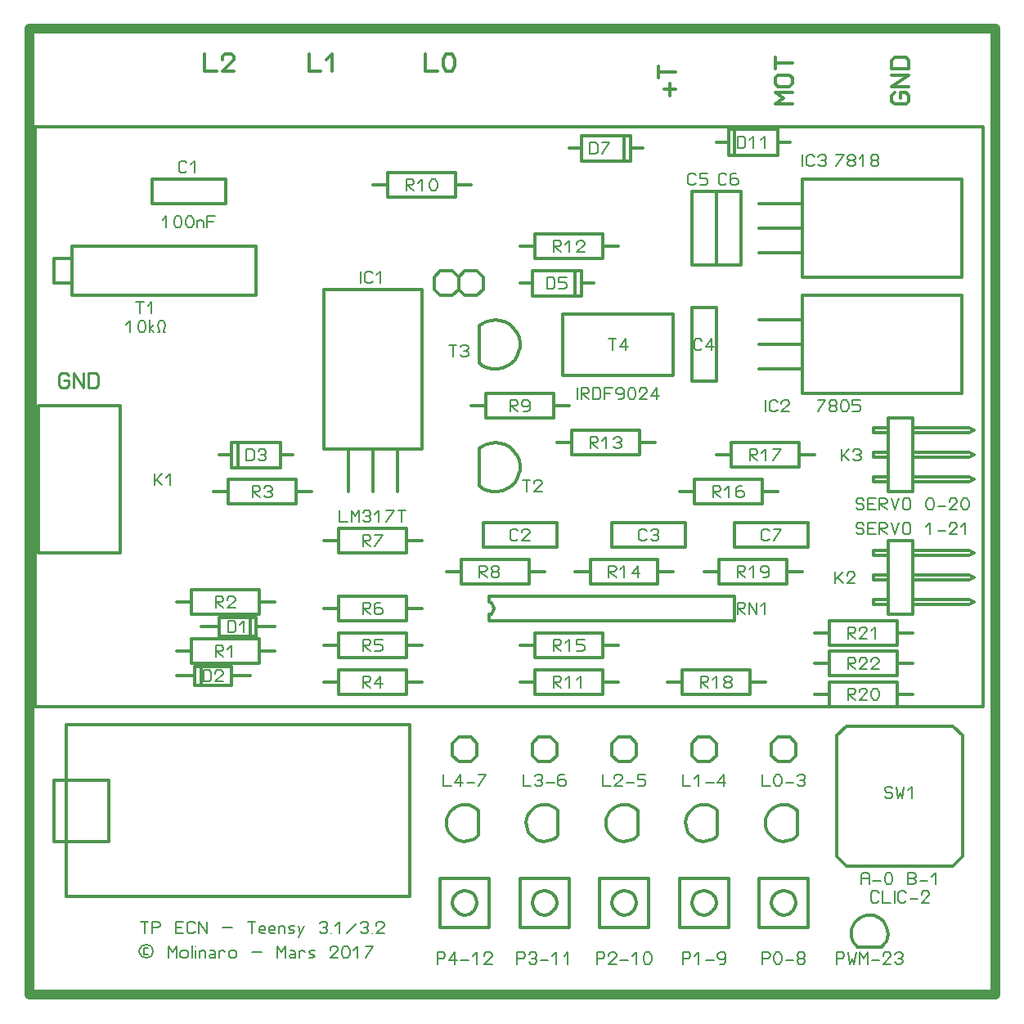
<source format=gto>
%FSLAX24Y24*%
%MOIN*%
%ADD10C,0.0079*%
%ADD11C,0.0099*%
%ADD12C,0.0119*%
%ADD13C,0.0139*%
%ADD14C,0.0394*%
D10*
G01X23761Y26261D02*
X23761Y26738D01*
X23603Y26738D02*
X23920Y26738D01*
X24317Y26261D02*
X24317Y26738D01*
X24317Y26738D02*
X24079Y26420D01*
X24079Y26420D02*
X24396Y26420D01*
X33365Y12011D02*
X33365Y12488D01*
X33365Y12488D02*
X33603Y12488D01*
X33603Y12488D02*
X33682Y12408D01*
X33682Y12408D02*
X33682Y12329D01*
X33682Y12329D02*
X33603Y12250D01*
X33603Y12250D02*
X33365Y12250D01*
X33365Y12250D02*
X33682Y12011D01*
X33841Y12329D02*
X33841Y12408D01*
X33841Y12408D02*
X33920Y12488D01*
X33920Y12488D02*
X34079Y12488D01*
X34079Y12488D02*
X34158Y12408D01*
X34158Y12408D02*
X34158Y12329D01*
X34158Y12329D02*
X33841Y12011D01*
X33841Y12011D02*
X34158Y12011D01*
X34396Y12011D02*
X34317Y12170D01*
X34317Y12170D02*
X34317Y12329D01*
X34317Y12329D02*
X34396Y12488D01*
X34396Y12488D02*
X34555Y12488D01*
X34555Y12488D02*
X34634Y12329D01*
X34634Y12329D02*
X34634Y12170D01*
X34634Y12170D02*
X34555Y12011D01*
X34555Y12011D02*
X34396Y12011D01*
X4511Y27761D02*
X4511Y28238D01*
X4353Y28238D02*
X4670Y28238D01*
X4988Y27761D02*
X4988Y28238D01*
X4988Y28238D02*
X4829Y28079D01*
X8853Y21761D02*
X8853Y22238D01*
X8853Y22238D02*
X9091Y22238D01*
X9091Y22238D02*
X9170Y22158D01*
X9170Y22158D02*
X9170Y21841D01*
X9170Y21841D02*
X9091Y21761D01*
X9091Y21761D02*
X8853Y21761D01*
X9329Y22158D02*
X9408Y22238D01*
X9408Y22238D02*
X9567Y22238D01*
X9567Y22238D02*
X9646Y22158D01*
X9646Y22158D02*
X9646Y22079D01*
X9646Y22079D02*
X9567Y22000D01*
X9567Y22000D02*
X9448Y22000D01*
X9567Y22000D02*
X9646Y21920D01*
X9646Y21920D02*
X9646Y21841D01*
X9646Y21841D02*
X9567Y21761D01*
X9567Y21761D02*
X9408Y21761D01*
X9408Y21761D02*
X9329Y21841D01*
X33365Y13261D02*
X33365Y13738D01*
X33365Y13738D02*
X33603Y13738D01*
X33603Y13738D02*
X33682Y13658D01*
X33682Y13658D02*
X33682Y13579D01*
X33682Y13579D02*
X33603Y13500D01*
X33603Y13500D02*
X33365Y13500D01*
X33365Y13500D02*
X33682Y13261D01*
X33841Y13579D02*
X33841Y13658D01*
X33841Y13658D02*
X33920Y13738D01*
X33920Y13738D02*
X34079Y13738D01*
X34079Y13738D02*
X34158Y13658D01*
X34158Y13658D02*
X34158Y13579D01*
X34158Y13579D02*
X33841Y13261D01*
X33841Y13261D02*
X34158Y13261D01*
X34317Y13579D02*
X34317Y13658D01*
X34317Y13658D02*
X34396Y13738D01*
X34396Y13738D02*
X34555Y13738D01*
X34555Y13738D02*
X34634Y13658D01*
X34634Y13658D02*
X34634Y13579D01*
X34634Y13579D02*
X34317Y13261D01*
X34317Y13261D02*
X34634Y13261D01*
X25170Y18591D02*
X25091Y18511D01*
X25091Y18511D02*
X24932Y18511D01*
X24932Y18511D02*
X24853Y18591D01*
X24853Y18591D02*
X24853Y18908D01*
X24853Y18908D02*
X24932Y18988D01*
X24932Y18988D02*
X25091Y18988D01*
X25091Y18988D02*
X25170Y18908D01*
X25329Y18908D02*
X25408Y18988D01*
X25408Y18988D02*
X25567Y18988D01*
X25567Y18988D02*
X25646Y18908D01*
X25646Y18908D02*
X25646Y18829D01*
X25646Y18829D02*
X25567Y18750D01*
X25567Y18750D02*
X25448Y18750D01*
X25567Y18750D02*
X25646Y18670D01*
X25646Y18670D02*
X25646Y18591D01*
X25646Y18591D02*
X25567Y18511D01*
X25567Y18511D02*
X25408Y18511D01*
X25408Y18511D02*
X25329Y18591D01*
X27865Y20261D02*
X27865Y20738D01*
X27865Y20738D02*
X28103Y20738D01*
X28103Y20738D02*
X28182Y20658D01*
X28182Y20658D02*
X28182Y20579D01*
X28182Y20579D02*
X28103Y20500D01*
X28103Y20500D02*
X27865Y20500D01*
X27865Y20500D02*
X28182Y20261D01*
X28500Y20261D02*
X28500Y20738D01*
X28500Y20738D02*
X28341Y20579D01*
X29055Y20738D02*
X28896Y20738D01*
X28896Y20738D02*
X28817Y20658D01*
X28817Y20658D02*
X28817Y20341D01*
X28817Y20341D02*
X28896Y20261D01*
X28896Y20261D02*
X29055Y20261D01*
X29055Y20261D02*
X29134Y20341D01*
X29134Y20341D02*
X29134Y20460D01*
X29134Y20460D02*
X29055Y20539D01*
X29055Y20539D02*
X28896Y20539D01*
X28896Y20539D02*
X28817Y20460D01*
X32853Y16761D02*
X32853Y17238D01*
X32853Y16920D02*
X33170Y17238D01*
X32932Y17000D02*
X33170Y16761D01*
X33329Y17079D02*
X33329Y17158D01*
X33329Y17158D02*
X33408Y17238D01*
X33408Y17238D02*
X33567Y17238D01*
X33567Y17238D02*
X33646Y17158D01*
X33646Y17158D02*
X33646Y17079D01*
X33646Y17079D02*
X33329Y16761D01*
X33329Y16761D02*
X33646Y16761D01*
X7603Y15761D02*
X7603Y16238D01*
X7603Y16238D02*
X7841Y16238D01*
X7841Y16238D02*
X7920Y16158D01*
X7920Y16158D02*
X7920Y16079D01*
X7920Y16079D02*
X7841Y16000D01*
X7841Y16000D02*
X7603Y16000D01*
X7603Y16000D02*
X7920Y15761D01*
X8079Y16079D02*
X8079Y16158D01*
X8079Y16158D02*
X8158Y16238D01*
X8158Y16238D02*
X8317Y16238D01*
X8317Y16238D02*
X8396Y16158D01*
X8396Y16158D02*
X8396Y16079D01*
X8396Y16079D02*
X8079Y15761D01*
X8079Y15761D02*
X8396Y15761D01*
X13603Y15511D02*
X13603Y15988D01*
X13603Y15988D02*
X13841Y15988D01*
X13841Y15988D02*
X13920Y15908D01*
X13920Y15908D02*
X13920Y15829D01*
X13920Y15829D02*
X13841Y15750D01*
X13841Y15750D02*
X13603Y15750D01*
X13603Y15750D02*
X13920Y15511D01*
X14317Y15988D02*
X14158Y15988D01*
X14158Y15988D02*
X14079Y15908D01*
X14079Y15908D02*
X14079Y15591D01*
X14079Y15591D02*
X14158Y15511D01*
X14158Y15511D02*
X14317Y15511D01*
X14317Y15511D02*
X14396Y15591D01*
X14396Y15591D02*
X14396Y15710D01*
X14396Y15710D02*
X14317Y15789D01*
X14317Y15789D02*
X14158Y15789D01*
X14158Y15789D02*
X14079Y15710D01*
X27420Y26341D02*
X27341Y26261D01*
X27341Y26261D02*
X27182Y26261D01*
X27182Y26261D02*
X27103Y26341D01*
X27103Y26341D02*
X27103Y26658D01*
X27103Y26658D02*
X27182Y26738D01*
X27182Y26738D02*
X27341Y26738D01*
X27341Y26738D02*
X27420Y26658D01*
X27817Y26261D02*
X27817Y26738D01*
X27817Y26738D02*
X27579Y26420D01*
X27579Y26420D02*
X27896Y26420D01*
X33103Y21761D02*
X33103Y22238D01*
X33103Y21920D02*
X33420Y22238D01*
X33182Y22000D02*
X33420Y21761D01*
X33579Y22158D02*
X33658Y22238D01*
X33658Y22238D02*
X33817Y22238D01*
X33817Y22238D02*
X33896Y22158D01*
X33896Y22158D02*
X33896Y22079D01*
X33896Y22079D02*
X33817Y22000D01*
X33817Y22000D02*
X33698Y22000D01*
X33817Y22000D02*
X33896Y21920D01*
X33896Y21920D02*
X33896Y21841D01*
X33896Y21841D02*
X33817Y21761D01*
X33817Y21761D02*
X33658Y21761D01*
X33658Y21761D02*
X33579Y21841D01*
X28420Y33091D02*
X28341Y33011D01*
X28341Y33011D02*
X28182Y33011D01*
X28182Y33011D02*
X28103Y33091D01*
X28103Y33091D02*
X28103Y33408D01*
X28103Y33408D02*
X28182Y33488D01*
X28182Y33488D02*
X28341Y33488D01*
X28341Y33488D02*
X28420Y33408D01*
X28817Y33488D02*
X28658Y33488D01*
X28658Y33488D02*
X28579Y33408D01*
X28579Y33408D02*
X28579Y33091D01*
X28579Y33091D02*
X28658Y33011D01*
X28658Y33011D02*
X28817Y33011D01*
X28817Y33011D02*
X28896Y33091D01*
X28896Y33091D02*
X28896Y33210D01*
X28896Y33210D02*
X28817Y33289D01*
X28817Y33289D02*
X28658Y33289D01*
X28658Y33289D02*
X28579Y33210D01*
X23615Y17011D02*
X23615Y17488D01*
X23615Y17488D02*
X23853Y17488D01*
X23853Y17488D02*
X23932Y17408D01*
X23932Y17408D02*
X23932Y17329D01*
X23932Y17329D02*
X23853Y17250D01*
X23853Y17250D02*
X23615Y17250D01*
X23615Y17250D02*
X23932Y17011D01*
X24250Y17011D02*
X24250Y17488D01*
X24250Y17488D02*
X24091Y17329D01*
X24805Y17011D02*
X24805Y17488D01*
X24805Y17488D02*
X24567Y17170D01*
X24567Y17170D02*
X24884Y17170D01*
X13603Y12511D02*
X13603Y12988D01*
X13603Y12988D02*
X13841Y12988D01*
X13841Y12988D02*
X13920Y12908D01*
X13920Y12908D02*
X13920Y12829D01*
X13920Y12829D02*
X13841Y12750D01*
X13841Y12750D02*
X13603Y12750D01*
X13603Y12750D02*
X13920Y12511D01*
X14317Y12511D02*
X14317Y12988D01*
X14317Y12988D02*
X14079Y12670D01*
X14079Y12670D02*
X14396Y12670D01*
X30170Y18591D02*
X30091Y18511D01*
X30091Y18511D02*
X29932Y18511D01*
X29932Y18511D02*
X29853Y18591D01*
X29853Y18591D02*
X29853Y18908D01*
X29853Y18908D02*
X29932Y18988D01*
X29932Y18988D02*
X30091Y18988D01*
X30091Y18988D02*
X30170Y18908D01*
X30329Y18988D02*
X30646Y18988D01*
X30646Y18988D02*
X30329Y18511D01*
X13523Y29011D02*
X13523Y29488D01*
X14000Y29091D02*
X13920Y29011D01*
X13920Y29011D02*
X13761Y29011D01*
X13761Y29011D02*
X13682Y29091D01*
X13682Y29091D02*
X13682Y29408D01*
X13682Y29408D02*
X13761Y29488D01*
X13761Y29488D02*
X13920Y29488D01*
X13920Y29488D02*
X14000Y29408D01*
X14317Y29011D02*
X14317Y29488D01*
X14317Y29488D02*
X14158Y29329D01*
X21365Y30261D02*
X21365Y30738D01*
X21365Y30738D02*
X21603Y30738D01*
X21603Y30738D02*
X21682Y30658D01*
X21682Y30658D02*
X21682Y30579D01*
X21682Y30579D02*
X21603Y30500D01*
X21603Y30500D02*
X21365Y30500D01*
X21365Y30500D02*
X21682Y30261D01*
X22000Y30261D02*
X22000Y30738D01*
X22000Y30738D02*
X21841Y30579D01*
X22317Y30579D02*
X22317Y30658D01*
X22317Y30658D02*
X22396Y30738D01*
X22396Y30738D02*
X22555Y30738D01*
X22555Y30738D02*
X22634Y30658D01*
X22634Y30658D02*
X22634Y30579D01*
X22634Y30579D02*
X22317Y30261D01*
X22317Y30261D02*
X22634Y30261D01*
X17261Y26011D02*
X17261Y26488D01*
X17103Y26488D02*
X17420Y26488D01*
X17579Y26408D02*
X17658Y26488D01*
X17658Y26488D02*
X17817Y26488D01*
X17817Y26488D02*
X17896Y26408D01*
X17896Y26408D02*
X17896Y26329D01*
X17896Y26329D02*
X17817Y26250D01*
X17817Y26250D02*
X17698Y26250D01*
X17817Y26250D02*
X17896Y26170D01*
X17896Y26170D02*
X17896Y26091D01*
X17896Y26091D02*
X17817Y26011D01*
X17817Y26011D02*
X17658Y26011D01*
X17658Y26011D02*
X17579Y26091D01*
X15365Y32761D02*
X15365Y33238D01*
X15365Y33238D02*
X15603Y33238D01*
X15603Y33238D02*
X15682Y33158D01*
X15682Y33158D02*
X15682Y33079D01*
X15682Y33079D02*
X15603Y33000D01*
X15603Y33000D02*
X15365Y33000D01*
X15365Y33000D02*
X15682Y32761D01*
X16000Y32761D02*
X16000Y33238D01*
X16000Y33238D02*
X15841Y33079D01*
X16396Y32761D02*
X16317Y32920D01*
X16317Y32920D02*
X16317Y33079D01*
X16317Y33079D02*
X16396Y33238D01*
X16396Y33238D02*
X16555Y33238D01*
X16555Y33238D02*
X16634Y33079D01*
X16634Y33079D02*
X16634Y32920D01*
X16634Y32920D02*
X16555Y32761D01*
X16555Y32761D02*
X16396Y32761D01*
X27170Y33091D02*
X27091Y33011D01*
X27091Y33011D02*
X26932Y33011D01*
X26932Y33011D02*
X26853Y33091D01*
X26853Y33091D02*
X26853Y33408D01*
X26853Y33408D02*
X26932Y33488D01*
X26932Y33488D02*
X27091Y33488D01*
X27091Y33488D02*
X27170Y33408D01*
X27329Y33488D02*
X27646Y33488D01*
X27329Y33488D02*
X27329Y33289D01*
X27329Y33289D02*
X27567Y33289D01*
X27567Y33289D02*
X27646Y33210D01*
X27646Y33210D02*
X27646Y33091D01*
X27646Y33091D02*
X27567Y33011D01*
X27567Y33011D02*
X27329Y33011D01*
X7603Y13761D02*
X7603Y14238D01*
X7603Y14238D02*
X7841Y14238D01*
X7841Y14238D02*
X7920Y14158D01*
X7920Y14158D02*
X7920Y14079D01*
X7920Y14079D02*
X7841Y14000D01*
X7841Y14000D02*
X7603Y14000D01*
X7603Y14000D02*
X7920Y13761D01*
X8238Y13761D02*
X8238Y14238D01*
X8238Y14238D02*
X8079Y14079D01*
X5103Y20761D02*
X5103Y21238D01*
X5103Y20920D02*
X5420Y21238D01*
X5182Y21000D02*
X5420Y20761D01*
X5738Y20761D02*
X5738Y21238D01*
X5738Y21238D02*
X5579Y21079D01*
X28865Y34511D02*
X28865Y34988D01*
X28865Y34988D02*
X29103Y34988D01*
X29103Y34988D02*
X29182Y34908D01*
X29182Y34908D02*
X29182Y34591D01*
X29182Y34591D02*
X29103Y34511D01*
X29103Y34511D02*
X28865Y34511D01*
X29500Y34511D02*
X29500Y34988D01*
X29500Y34988D02*
X29341Y34829D01*
X29976Y34511D02*
X29976Y34988D01*
X29976Y34988D02*
X29817Y34829D01*
X21103Y28761D02*
X21103Y29238D01*
X21103Y29238D02*
X21341Y29238D01*
X21341Y29238D02*
X21420Y29158D01*
X21420Y29158D02*
X21420Y28841D01*
X21420Y28841D02*
X21341Y28761D01*
X21341Y28761D02*
X21103Y28761D01*
X21579Y29238D02*
X21896Y29238D01*
X21579Y29238D02*
X21579Y29039D01*
X21579Y29039D02*
X21817Y29039D01*
X21817Y29039D02*
X21896Y28960D01*
X21896Y28960D02*
X21896Y28841D01*
X21896Y28841D02*
X21817Y28761D01*
X21817Y28761D02*
X21579Y28761D01*
X6420Y33591D02*
X6341Y33511D01*
X6341Y33511D02*
X6182Y33511D01*
X6182Y33511D02*
X6103Y33591D01*
X6103Y33591D02*
X6103Y33908D01*
X6103Y33908D02*
X6182Y33988D01*
X6182Y33988D02*
X6341Y33988D01*
X6341Y33988D02*
X6420Y33908D01*
X6738Y33511D02*
X6738Y33988D01*
X6738Y33988D02*
X6579Y33829D01*
X8103Y14761D02*
X8103Y15238D01*
X8103Y15238D02*
X8341Y15238D01*
X8341Y15238D02*
X8420Y15158D01*
X8420Y15158D02*
X8420Y14841D01*
X8420Y14841D02*
X8341Y14761D01*
X8341Y14761D02*
X8103Y14761D01*
X8738Y14761D02*
X8738Y15238D01*
X8738Y15238D02*
X8579Y15079D01*
X34865Y8091D02*
X34944Y8011D01*
X34944Y8011D02*
X35103Y8011D01*
X35103Y8011D02*
X35182Y8091D01*
X35182Y8091D02*
X35182Y8170D01*
X35182Y8170D02*
X35103Y8250D01*
X35103Y8250D02*
X34944Y8250D01*
X35103Y8488D02*
X35182Y8408D01*
X34944Y8488D02*
X35103Y8488D01*
X34865Y8408D02*
X34944Y8488D01*
X34865Y8329D02*
X34865Y8408D01*
X34944Y8250D02*
X34865Y8329D01*
X35341Y8488D02*
X35420Y8011D01*
X35420Y8011D02*
X35500Y8250D01*
X35500Y8250D02*
X35579Y8011D01*
X35579Y8011D02*
X35658Y8488D01*
X35976Y8011D02*
X35976Y8488D01*
X35976Y8488D02*
X35817Y8329D01*
X29365Y21761D02*
X29365Y22238D01*
X29365Y22238D02*
X29603Y22238D01*
X29603Y22238D02*
X29682Y22158D01*
X29682Y22158D02*
X29682Y22079D01*
X29682Y22079D02*
X29603Y22000D01*
X29603Y22000D02*
X29365Y22000D01*
X29365Y22000D02*
X29682Y21761D01*
X30000Y21761D02*
X30000Y22238D01*
X30000Y22238D02*
X29841Y22079D01*
X30317Y22238D02*
X30634Y22238D01*
X30634Y22238D02*
X30317Y21761D01*
X31523Y33761D02*
X31523Y34238D01*
X32000Y33841D02*
X31920Y33761D01*
X31920Y33761D02*
X31761Y33761D01*
X31761Y33761D02*
X31682Y33841D01*
X31682Y33841D02*
X31682Y34158D01*
X31682Y34158D02*
X31761Y34238D01*
X31761Y34238D02*
X31920Y34238D01*
X31920Y34238D02*
X32000Y34158D01*
X32158Y34158D02*
X32238Y34238D01*
X32238Y34238D02*
X32396Y34238D01*
X32396Y34238D02*
X32476Y34158D01*
X32476Y34158D02*
X32476Y34079D01*
X32476Y34079D02*
X32396Y34000D01*
X32396Y34000D02*
X32277Y34000D01*
X32396Y34000D02*
X32476Y33920D01*
X32476Y33920D02*
X32476Y33841D01*
X32476Y33841D02*
X32396Y33761D01*
X32396Y33761D02*
X32238Y33761D01*
X32238Y33761D02*
X32158Y33841D01*
X22853Y34261D02*
X22853Y34738D01*
X22853Y34738D02*
X23091Y34738D01*
X23091Y34738D02*
X23170Y34658D01*
X23170Y34658D02*
X23170Y34341D01*
X23170Y34341D02*
X23091Y34261D01*
X23091Y34261D02*
X22853Y34261D01*
X23329Y34738D02*
X23646Y34738D01*
X23646Y34738D02*
X23329Y34261D01*
X18353Y17011D02*
X18353Y17488D01*
X18353Y17488D02*
X18591Y17488D01*
X18591Y17488D02*
X18670Y17408D01*
X18670Y17408D02*
X18670Y17329D01*
X18670Y17329D02*
X18591Y17250D01*
X18591Y17250D02*
X18353Y17250D01*
X18353Y17250D02*
X18670Y17011D01*
X18908Y17011D02*
X18829Y17091D01*
X18829Y17091D02*
X18829Y17170D01*
X18829Y17170D02*
X18908Y17250D01*
X18908Y17250D02*
X19067Y17250D01*
X19067Y17250D02*
X19146Y17329D01*
X19146Y17329D02*
X19146Y17408D01*
X19146Y17408D02*
X19067Y17488D01*
X19067Y17488D02*
X18908Y17488D01*
X18908Y17488D02*
X18829Y17408D01*
X18829Y17408D02*
X18829Y17329D01*
X18829Y17329D02*
X18908Y17250D01*
X19067Y17250D02*
X19146Y17170D01*
X19146Y17170D02*
X19146Y17091D01*
X19146Y17091D02*
X19067Y17011D01*
X19067Y17011D02*
X18908Y17011D01*
X9103Y20261D02*
X9103Y20738D01*
X9103Y20738D02*
X9341Y20738D01*
X9341Y20738D02*
X9420Y20658D01*
X9420Y20658D02*
X9420Y20579D01*
X9420Y20579D02*
X9341Y20500D01*
X9341Y20500D02*
X9103Y20500D01*
X9103Y20500D02*
X9420Y20261D01*
X9579Y20658D02*
X9658Y20738D01*
X9658Y20738D02*
X9817Y20738D01*
X9817Y20738D02*
X9896Y20658D01*
X9896Y20658D02*
X9896Y20579D01*
X9896Y20579D02*
X9817Y20500D01*
X9817Y20500D02*
X9698Y20500D01*
X9817Y20500D02*
X9896Y20420D01*
X9896Y20420D02*
X9896Y20341D01*
X9896Y20341D02*
X9817Y20261D01*
X9817Y20261D02*
X9658Y20261D01*
X9658Y20261D02*
X9579Y20341D01*
X22865Y22261D02*
X22865Y22738D01*
X22865Y22738D02*
X23103Y22738D01*
X23103Y22738D02*
X23182Y22658D01*
X23182Y22658D02*
X23182Y22579D01*
X23182Y22579D02*
X23103Y22500D01*
X23103Y22500D02*
X22865Y22500D01*
X22865Y22500D02*
X23182Y22261D01*
X23500Y22261D02*
X23500Y22738D01*
X23500Y22738D02*
X23341Y22579D01*
X23817Y22658D02*
X23896Y22738D01*
X23896Y22738D02*
X24055Y22738D01*
X24055Y22738D02*
X24134Y22658D01*
X24134Y22658D02*
X24134Y22579D01*
X24134Y22579D02*
X24055Y22500D01*
X24055Y22500D02*
X23936Y22500D01*
X24055Y22500D02*
X24134Y22420D01*
X24134Y22420D02*
X24134Y22341D01*
X24134Y22341D02*
X24055Y22261D01*
X24055Y22261D02*
X23896Y22261D01*
X23896Y22261D02*
X23817Y22341D01*
X28865Y17011D02*
X28865Y17488D01*
X28865Y17488D02*
X29103Y17488D01*
X29103Y17488D02*
X29182Y17408D01*
X29182Y17408D02*
X29182Y17329D01*
X29182Y17329D02*
X29103Y17250D01*
X29103Y17250D02*
X28865Y17250D01*
X28865Y17250D02*
X29182Y17011D01*
X29500Y17011D02*
X29500Y17488D01*
X29500Y17488D02*
X29341Y17329D01*
X29896Y17011D02*
X30055Y17011D01*
X30055Y17011D02*
X30134Y17091D01*
X30134Y17091D02*
X30134Y17408D01*
X30134Y17408D02*
X30055Y17488D01*
X30055Y17488D02*
X29896Y17488D01*
X29896Y17488D02*
X29817Y17408D01*
X29817Y17408D02*
X29817Y17289D01*
X29817Y17289D02*
X29896Y17210D01*
X29896Y17210D02*
X30055Y17210D01*
X30055Y17210D02*
X30134Y17289D01*
X20261Y20511D02*
X20261Y20988D01*
X20103Y20988D02*
X20420Y20988D01*
X20579Y20829D02*
X20579Y20908D01*
X20579Y20908D02*
X20658Y20988D01*
X20658Y20988D02*
X20817Y20988D01*
X20817Y20988D02*
X20896Y20908D01*
X20896Y20908D02*
X20896Y20829D01*
X20896Y20829D02*
X20579Y20511D01*
X20579Y20511D02*
X20896Y20511D01*
X19603Y23761D02*
X19603Y24238D01*
X19603Y24238D02*
X19841Y24238D01*
X19841Y24238D02*
X19920Y24158D01*
X19920Y24158D02*
X19920Y24079D01*
X19920Y24079D02*
X19841Y24000D01*
X19841Y24000D02*
X19603Y24000D01*
X19603Y24000D02*
X19920Y23761D01*
X20158Y23761D02*
X20317Y23761D01*
X20317Y23761D02*
X20396Y23841D01*
X20396Y23841D02*
X20396Y24158D01*
X20396Y24158D02*
X20317Y24238D01*
X20317Y24238D02*
X20158Y24238D01*
X20158Y24238D02*
X20079Y24158D01*
X20079Y24158D02*
X20079Y24039D01*
X20079Y24039D02*
X20158Y23960D01*
X20158Y23960D02*
X20317Y23960D01*
X20317Y23960D02*
X20396Y24039D01*
X33365Y14511D02*
X33365Y14988D01*
X33365Y14988D02*
X33603Y14988D01*
X33603Y14988D02*
X33682Y14908D01*
X33682Y14908D02*
X33682Y14829D01*
X33682Y14829D02*
X33603Y14750D01*
X33603Y14750D02*
X33365Y14750D01*
X33365Y14750D02*
X33682Y14511D01*
X33841Y14829D02*
X33841Y14908D01*
X33841Y14908D02*
X33920Y14988D01*
X33920Y14988D02*
X34079Y14988D01*
X34079Y14988D02*
X34158Y14908D01*
X34158Y14908D02*
X34158Y14829D01*
X34158Y14829D02*
X33841Y14511D01*
X33841Y14511D02*
X34158Y14511D01*
X34476Y14511D02*
X34476Y14988D01*
X34476Y14988D02*
X34317Y14829D01*
X13603Y18261D02*
X13603Y18738D01*
X13603Y18738D02*
X13841Y18738D01*
X13841Y18738D02*
X13920Y18658D01*
X13920Y18658D02*
X13920Y18579D01*
X13920Y18579D02*
X13841Y18500D01*
X13841Y18500D02*
X13603Y18500D01*
X13603Y18500D02*
X13920Y18261D01*
X14079Y18738D02*
X14396Y18738D01*
X14396Y18738D02*
X14079Y18261D01*
X19920Y18591D02*
X19841Y18511D01*
X19841Y18511D02*
X19682Y18511D01*
X19682Y18511D02*
X19603Y18591D01*
X19603Y18591D02*
X19603Y18908D01*
X19603Y18908D02*
X19682Y18988D01*
X19682Y18988D02*
X19841Y18988D01*
X19841Y18988D02*
X19920Y18908D01*
X20079Y18829D02*
X20079Y18908D01*
X20079Y18908D02*
X20158Y18988D01*
X20158Y18988D02*
X20317Y18988D01*
X20317Y18988D02*
X20396Y18908D01*
X20396Y18908D02*
X20396Y18829D01*
X20396Y18829D02*
X20079Y18511D01*
X20079Y18511D02*
X20396Y18511D01*
X27365Y12511D02*
X27365Y12988D01*
X27365Y12988D02*
X27603Y12988D01*
X27603Y12988D02*
X27682Y12908D01*
X27682Y12908D02*
X27682Y12829D01*
X27682Y12829D02*
X27603Y12750D01*
X27603Y12750D02*
X27365Y12750D01*
X27365Y12750D02*
X27682Y12511D01*
X28000Y12511D02*
X28000Y12988D01*
X28000Y12988D02*
X27841Y12829D01*
X28396Y12511D02*
X28317Y12591D01*
X28317Y12591D02*
X28317Y12670D01*
X28317Y12670D02*
X28396Y12750D01*
X28396Y12750D02*
X28555Y12750D01*
X28555Y12750D02*
X28634Y12829D01*
X28634Y12829D02*
X28634Y12908D01*
X28634Y12908D02*
X28555Y12988D01*
X28555Y12988D02*
X28396Y12988D01*
X28396Y12988D02*
X28317Y12908D01*
X28317Y12908D02*
X28317Y12829D01*
X28317Y12829D02*
X28396Y12750D01*
X28555Y12750D02*
X28634Y12670D01*
X28634Y12670D02*
X28634Y12591D01*
X28634Y12591D02*
X28555Y12511D01*
X28555Y12511D02*
X28396Y12511D01*
X21365Y12511D02*
X21365Y12988D01*
X21365Y12988D02*
X21603Y12988D01*
X21603Y12988D02*
X21682Y12908D01*
X21682Y12908D02*
X21682Y12829D01*
X21682Y12829D02*
X21603Y12750D01*
X21603Y12750D02*
X21365Y12750D01*
X21365Y12750D02*
X21682Y12511D01*
X22000Y12511D02*
X22000Y12988D01*
X22000Y12988D02*
X21841Y12829D01*
X22476Y12511D02*
X22476Y12988D01*
X22476Y12988D02*
X22317Y12829D01*
X21365Y14011D02*
X21365Y14488D01*
X21365Y14488D02*
X21603Y14488D01*
X21603Y14488D02*
X21682Y14408D01*
X21682Y14408D02*
X21682Y14329D01*
X21682Y14329D02*
X21603Y14250D01*
X21603Y14250D02*
X21365Y14250D01*
X21365Y14250D02*
X21682Y14011D01*
X22000Y14011D02*
X22000Y14488D01*
X22000Y14488D02*
X21841Y14329D01*
X22317Y14488D02*
X22634Y14488D01*
X22317Y14488D02*
X22317Y14289D01*
X22317Y14289D02*
X22555Y14289D01*
X22555Y14289D02*
X22634Y14210D01*
X22634Y14210D02*
X22634Y14091D01*
X22634Y14091D02*
X22555Y14011D01*
X22555Y14011D02*
X22317Y14011D01*
X7103Y12761D02*
X7103Y13238D01*
X7103Y13238D02*
X7341Y13238D01*
X7341Y13238D02*
X7420Y13158D01*
X7420Y13158D02*
X7420Y12841D01*
X7420Y12841D02*
X7341Y12761D01*
X7341Y12761D02*
X7103Y12761D01*
X7579Y13079D02*
X7579Y13158D01*
X7579Y13158D02*
X7658Y13238D01*
X7658Y13238D02*
X7817Y13238D01*
X7817Y13238D02*
X7896Y13158D01*
X7896Y13158D02*
X7896Y13079D01*
X7896Y13079D02*
X7579Y12761D01*
X7579Y12761D02*
X7896Y12761D01*
X13603Y14011D02*
X13603Y14488D01*
X13603Y14488D02*
X13841Y14488D01*
X13841Y14488D02*
X13920Y14408D01*
X13920Y14408D02*
X13920Y14329D01*
X13920Y14329D02*
X13841Y14250D01*
X13841Y14250D02*
X13603Y14250D01*
X13603Y14250D02*
X13920Y14011D01*
X14079Y14488D02*
X14396Y14488D01*
X14079Y14488D02*
X14079Y14289D01*
X14079Y14289D02*
X14317Y14289D01*
X14317Y14289D02*
X14396Y14210D01*
X14396Y14210D02*
X14396Y14091D01*
X14396Y14091D02*
X14317Y14011D01*
X14317Y14011D02*
X14079Y14011D01*
X28865Y15511D02*
X28865Y15988D01*
X28865Y15988D02*
X29103Y15988D01*
X29103Y15988D02*
X29182Y15908D01*
X29182Y15908D02*
X29182Y15829D01*
X29182Y15829D02*
X29103Y15750D01*
X29103Y15750D02*
X28865Y15750D01*
X28865Y15750D02*
X29182Y15511D01*
X29341Y15511D02*
X29341Y15988D01*
X29341Y15988D02*
X29658Y15511D01*
X29658Y15511D02*
X29658Y15988D01*
X29976Y15511D02*
X29976Y15988D01*
X29976Y15988D02*
X29817Y15829D01*
X30023Y23761D02*
X30023Y24238D01*
X30500Y23841D02*
X30420Y23761D01*
X30420Y23761D02*
X30261Y23761D01*
X30261Y23761D02*
X30182Y23841D01*
X30182Y23841D02*
X30182Y24158D01*
X30182Y24158D02*
X30261Y24238D01*
X30261Y24238D02*
X30420Y24238D01*
X30420Y24238D02*
X30500Y24158D01*
X30658Y24079D02*
X30658Y24158D01*
X30658Y24158D02*
X30738Y24238D01*
X30738Y24238D02*
X30896Y24238D01*
X30896Y24238D02*
X30976Y24158D01*
X30976Y24158D02*
X30976Y24079D01*
X30976Y24079D02*
X30658Y23761D01*
X30658Y23761D02*
X30976Y23761D01*
X22333Y24261D02*
X22333Y24738D01*
X22492Y24261D02*
X22492Y24738D01*
X22492Y24738D02*
X22730Y24738D01*
X22730Y24738D02*
X22809Y24658D01*
X22809Y24658D02*
X22809Y24579D01*
X22809Y24579D02*
X22730Y24500D01*
X22730Y24500D02*
X22492Y24500D01*
X22492Y24500D02*
X22809Y24261D01*
X22968Y24261D02*
X22968Y24738D01*
X22968Y24738D02*
X23206Y24738D01*
X23206Y24738D02*
X23285Y24658D01*
X23285Y24658D02*
X23285Y24341D01*
X23285Y24341D02*
X23206Y24261D01*
X23206Y24261D02*
X22968Y24261D01*
X23444Y24261D02*
X23444Y24738D01*
X23444Y24738D02*
X23761Y24738D01*
X23682Y24500D02*
X23444Y24500D01*
X24000Y24261D02*
X24158Y24261D01*
X24158Y24261D02*
X24238Y24341D01*
X24238Y24341D02*
X24238Y24658D01*
X24238Y24658D02*
X24158Y24738D01*
X24158Y24738D02*
X24000Y24738D01*
X24000Y24738D02*
X23920Y24658D01*
X23920Y24658D02*
X23920Y24539D01*
X23920Y24539D02*
X24000Y24460D01*
X24000Y24460D02*
X24158Y24460D01*
X24158Y24460D02*
X24238Y24539D01*
X24476Y24261D02*
X24396Y24420D01*
X24396Y24420D02*
X24396Y24579D01*
X24396Y24579D02*
X24476Y24738D01*
X24476Y24738D02*
X24634Y24738D01*
X24634Y24738D02*
X24714Y24579D01*
X24714Y24579D02*
X24714Y24420D01*
X24714Y24420D02*
X24634Y24261D01*
X24634Y24261D02*
X24476Y24261D01*
X24873Y24579D02*
X24873Y24658D01*
X24873Y24658D02*
X24952Y24738D01*
X24952Y24738D02*
X25111Y24738D01*
X25111Y24738D02*
X25190Y24658D01*
X25190Y24658D02*
X25190Y24579D01*
X25190Y24579D02*
X24873Y24261D01*
X24873Y24261D02*
X25190Y24261D01*
X25587Y24261D02*
X25587Y24738D01*
X25587Y24738D02*
X25349Y24420D01*
X25349Y24420D02*
X25666Y24420D01*
X4115Y26992D02*
X4115Y27468D01*
X4115Y27468D02*
X3956Y27309D01*
X4511Y26992D02*
X4432Y27150D01*
X4432Y27150D02*
X4432Y27309D01*
X4432Y27309D02*
X4511Y27468D01*
X4511Y27468D02*
X4670Y27468D01*
X4670Y27468D02*
X4750Y27309D01*
X4750Y27309D02*
X4750Y27150D01*
X4750Y27150D02*
X4670Y26992D01*
X4670Y26992D02*
X4511Y26992D01*
X4908Y26992D02*
X4908Y27507D01*
X4908Y27150D02*
X5067Y27309D01*
X4908Y27150D02*
X5067Y26992D01*
X5226Y26992D02*
X5305Y26992D01*
X5305Y26992D02*
X5305Y27071D01*
X5305Y27071D02*
X5226Y27230D01*
X5226Y27230D02*
X5226Y27309D01*
X5226Y27309D02*
X5305Y27468D01*
X5305Y27468D02*
X5464Y27468D01*
X5464Y27468D02*
X5543Y27309D01*
X5543Y27309D02*
X5543Y27230D01*
X5543Y27230D02*
X5464Y27071D01*
X5464Y27071D02*
X5464Y26992D01*
X5464Y26992D02*
X5543Y26992D01*
X33698Y18841D02*
X33777Y18761D01*
X33777Y18761D02*
X33936Y18761D01*
X33936Y18761D02*
X34015Y18841D01*
X34015Y18841D02*
X34015Y18920D01*
X34015Y18920D02*
X33936Y19000D01*
X33936Y19000D02*
X33777Y19000D01*
X33936Y19238D02*
X34015Y19158D01*
X33777Y19238D02*
X33936Y19238D01*
X33698Y19158D02*
X33777Y19238D01*
X33698Y19079D02*
X33698Y19158D01*
X33777Y19000D02*
X33698Y19079D01*
X34174Y18761D02*
X34174Y19238D01*
X34174Y19238D02*
X34492Y19238D01*
X34412Y19000D02*
X34174Y19000D01*
X34174Y18761D02*
X34492Y18761D01*
X34650Y18761D02*
X34650Y19238D01*
X34650Y19238D02*
X34888Y19238D01*
X34888Y19238D02*
X34968Y19158D01*
X34968Y19158D02*
X34968Y19079D01*
X34968Y19079D02*
X34888Y19000D01*
X34888Y19000D02*
X34650Y19000D01*
X34650Y19000D02*
X34968Y18761D01*
X35126Y19238D02*
X35285Y18761D01*
X35285Y18761D02*
X35444Y19238D01*
X35603Y18841D02*
X35603Y19158D01*
X35603Y19158D02*
X35682Y19238D01*
X35682Y19238D02*
X35841Y19238D01*
X35841Y19238D02*
X35920Y19158D01*
X35920Y19158D02*
X35920Y18841D01*
X35920Y18841D02*
X35841Y18761D01*
X35841Y18761D02*
X35682Y18761D01*
X35682Y18761D02*
X35603Y18841D01*
X36714Y18761D02*
X36714Y19238D01*
X36714Y19238D02*
X36555Y19079D01*
X37031Y18920D02*
X37349Y18920D01*
X37507Y19079D02*
X37507Y19158D01*
X37507Y19158D02*
X37587Y19238D01*
X37587Y19238D02*
X37746Y19238D01*
X37746Y19238D02*
X37825Y19158D01*
X37825Y19158D02*
X37825Y19079D01*
X37825Y19079D02*
X37507Y18761D01*
X37507Y18761D02*
X37825Y18761D01*
X38142Y18761D02*
X38142Y19238D01*
X38142Y19238D02*
X37984Y19079D01*
X33698Y19841D02*
X33777Y19761D01*
X33777Y19761D02*
X33936Y19761D01*
X33936Y19761D02*
X34015Y19841D01*
X34015Y19841D02*
X34015Y19920D01*
X34015Y19920D02*
X33936Y20000D01*
X33936Y20000D02*
X33777Y20000D01*
X33936Y20238D02*
X34015Y20158D01*
X33777Y20238D02*
X33936Y20238D01*
X33698Y20158D02*
X33777Y20238D01*
X33698Y20079D02*
X33698Y20158D01*
X33777Y20000D02*
X33698Y20079D01*
X34174Y19761D02*
X34174Y20238D01*
X34174Y20238D02*
X34492Y20238D01*
X34412Y20000D02*
X34174Y20000D01*
X34174Y19761D02*
X34492Y19761D01*
X34650Y19761D02*
X34650Y20238D01*
X34650Y20238D02*
X34888Y20238D01*
X34888Y20238D02*
X34968Y20158D01*
X34968Y20158D02*
X34968Y20079D01*
X34968Y20079D02*
X34888Y20000D01*
X34888Y20000D02*
X34650Y20000D01*
X34650Y20000D02*
X34968Y19761D01*
X35126Y20238D02*
X35285Y19761D01*
X35285Y19761D02*
X35444Y20238D01*
X35603Y19841D02*
X35603Y20158D01*
X35603Y20158D02*
X35682Y20238D01*
X35682Y20238D02*
X35841Y20238D01*
X35841Y20238D02*
X35920Y20158D01*
X35920Y20158D02*
X35920Y19841D01*
X35920Y19841D02*
X35841Y19761D01*
X35841Y19761D02*
X35682Y19761D01*
X35682Y19761D02*
X35603Y19841D01*
X36634Y19761D02*
X36555Y19920D01*
X36555Y19920D02*
X36555Y20079D01*
X36555Y20079D02*
X36634Y20238D01*
X36634Y20238D02*
X36793Y20238D01*
X36793Y20238D02*
X36873Y20079D01*
X36873Y20079D02*
X36873Y19920D01*
X36873Y19920D02*
X36793Y19761D01*
X36793Y19761D02*
X36634Y19761D01*
X37031Y19920D02*
X37349Y19920D01*
X37507Y20079D02*
X37507Y20158D01*
X37507Y20158D02*
X37587Y20238D01*
X37587Y20238D02*
X37746Y20238D01*
X37746Y20238D02*
X37825Y20158D01*
X37825Y20158D02*
X37825Y20079D01*
X37825Y20079D02*
X37507Y19761D01*
X37507Y19761D02*
X37825Y19761D01*
X38063Y19761D02*
X37984Y19920D01*
X37984Y19920D02*
X37984Y20079D01*
X37984Y20079D02*
X38063Y20238D01*
X38063Y20238D02*
X38222Y20238D01*
X38222Y20238D02*
X38301Y20079D01*
X38301Y20079D02*
X38301Y19920D01*
X38301Y19920D02*
X38222Y19761D01*
X38222Y19761D02*
X38063Y19761D01*
X12650Y19738D02*
X12650Y19261D01*
X12650Y19261D02*
X12968Y19261D01*
X13126Y19261D02*
X13126Y19738D01*
X13126Y19738D02*
X13285Y19500D01*
X13285Y19500D02*
X13444Y19738D01*
X13444Y19738D02*
X13444Y19261D01*
X13603Y19658D02*
X13682Y19738D01*
X13682Y19738D02*
X13841Y19738D01*
X13841Y19738D02*
X13920Y19658D01*
X13920Y19658D02*
X13920Y19579D01*
X13920Y19579D02*
X13841Y19500D01*
X13841Y19500D02*
X13722Y19500D01*
X13841Y19500D02*
X13920Y19420D01*
X13920Y19420D02*
X13920Y19341D01*
X13920Y19341D02*
X13841Y19261D01*
X13841Y19261D02*
X13682Y19261D01*
X13682Y19261D02*
X13603Y19341D01*
X14238Y19261D02*
X14238Y19738D01*
X14238Y19738D02*
X14079Y19579D01*
X14555Y19738D02*
X14873Y19738D01*
X14873Y19738D02*
X14555Y19261D01*
X15190Y19261D02*
X15190Y19738D01*
X15031Y19738D02*
X15349Y19738D01*
X5587Y31261D02*
X5587Y31738D01*
X5587Y31738D02*
X5428Y31579D01*
X5984Y31261D02*
X5904Y31420D01*
X5904Y31420D02*
X5904Y31579D01*
X5904Y31579D02*
X5984Y31738D01*
X5984Y31738D02*
X6142Y31738D01*
X6142Y31738D02*
X6222Y31579D01*
X6222Y31579D02*
X6222Y31420D01*
X6222Y31420D02*
X6142Y31261D01*
X6142Y31261D02*
X5984Y31261D01*
X6460Y31261D02*
X6380Y31420D01*
X6380Y31420D02*
X6380Y31579D01*
X6380Y31579D02*
X6460Y31738D01*
X6460Y31738D02*
X6619Y31738D01*
X6619Y31738D02*
X6698Y31579D01*
X6698Y31579D02*
X6698Y31420D01*
X6698Y31420D02*
X6619Y31261D01*
X6619Y31261D02*
X6460Y31261D01*
X6857Y31261D02*
X6857Y31579D01*
X6857Y31500D02*
X6936Y31579D01*
X6936Y31579D02*
X7015Y31579D01*
X7095Y31500D02*
X7095Y31261D01*
X7015Y31579D02*
X7095Y31500D01*
X7253Y31261D02*
X7253Y31738D01*
X7253Y31738D02*
X7571Y31738D01*
X7492Y31500D02*
X7253Y31500D01*
X32876Y34238D02*
X33194Y34238D01*
X33194Y34238D02*
X32876Y33761D01*
X33432Y33761D02*
X33353Y33841D01*
X33353Y33841D02*
X33353Y33920D01*
X33353Y33920D02*
X33432Y34000D01*
X33432Y34000D02*
X33591Y34000D01*
X33591Y34000D02*
X33670Y34079D01*
X33670Y34079D02*
X33670Y34158D01*
X33670Y34158D02*
X33591Y34238D01*
X33591Y34238D02*
X33432Y34238D01*
X33432Y34238D02*
X33353Y34158D01*
X33353Y34158D02*
X33353Y34079D01*
X33353Y34079D02*
X33432Y34000D01*
X33591Y34000D02*
X33670Y33920D01*
X33670Y33920D02*
X33670Y33841D01*
X33670Y33841D02*
X33591Y33761D01*
X33591Y33761D02*
X33432Y33761D01*
X33988Y33761D02*
X33988Y34238D01*
X33988Y34238D02*
X33829Y34079D01*
X34384Y33761D02*
X34305Y33841D01*
X34305Y33841D02*
X34305Y33920D01*
X34305Y33920D02*
X34384Y34000D01*
X34384Y34000D02*
X34543Y34000D01*
X34543Y34000D02*
X34623Y34079D01*
X34623Y34079D02*
X34623Y34158D01*
X34623Y34158D02*
X34543Y34238D01*
X34543Y34238D02*
X34384Y34238D01*
X34384Y34238D02*
X34305Y34158D01*
X34305Y34158D02*
X34305Y34079D01*
X34305Y34079D02*
X34384Y34000D01*
X34543Y34000D02*
X34623Y33920D01*
X34623Y33920D02*
X34623Y33841D01*
X34623Y33841D02*
X34543Y33761D01*
X34543Y33761D02*
X34384Y33761D01*
X32126Y24238D02*
X32444Y24238D01*
X32444Y24238D02*
X32126Y23761D01*
X32682Y23761D02*
X32603Y23841D01*
X32603Y23841D02*
X32603Y23920D01*
X32603Y23920D02*
X32682Y24000D01*
X32682Y24000D02*
X32841Y24000D01*
X32841Y24000D02*
X32920Y24079D01*
X32920Y24079D02*
X32920Y24158D01*
X32920Y24158D02*
X32841Y24238D01*
X32841Y24238D02*
X32682Y24238D01*
X32682Y24238D02*
X32603Y24158D01*
X32603Y24158D02*
X32603Y24079D01*
X32603Y24079D02*
X32682Y24000D01*
X32841Y24000D02*
X32920Y23920D01*
X32920Y23920D02*
X32920Y23841D01*
X32920Y23841D02*
X32841Y23761D01*
X32841Y23761D02*
X32682Y23761D01*
X33158Y23761D02*
X33079Y23920D01*
X33079Y23920D02*
X33079Y24079D01*
X33079Y24079D02*
X33158Y24238D01*
X33158Y24238D02*
X33317Y24238D01*
X33317Y24238D02*
X33396Y24079D01*
X33396Y24079D02*
X33396Y23920D01*
X33396Y23920D02*
X33317Y23761D01*
X33317Y23761D02*
X33158Y23761D01*
X33555Y24238D02*
X33873Y24238D01*
X33555Y24238D02*
X33555Y24039D01*
X33555Y24039D02*
X33793Y24039D01*
X33793Y24039D02*
X33873Y23960D01*
X33873Y23960D02*
X33873Y23841D01*
X33873Y23841D02*
X33793Y23761D01*
X33793Y23761D02*
X33555Y23761D01*
X32900Y1250D02*
X32900Y1726D01*
X32900Y1726D02*
X33138Y1726D01*
X33138Y1726D02*
X33218Y1646D01*
X33218Y1646D02*
X33218Y1567D01*
X33218Y1567D02*
X33138Y1488D01*
X33138Y1488D02*
X32900Y1488D01*
X33376Y1726D02*
X33456Y1250D01*
X33456Y1250D02*
X33535Y1488D01*
X33535Y1488D02*
X33615Y1250D01*
X33615Y1250D02*
X33694Y1726D01*
X33853Y1250D02*
X33853Y1726D01*
X33853Y1726D02*
X34011Y1488D01*
X34011Y1488D02*
X34170Y1726D01*
X34170Y1726D02*
X34170Y1250D01*
X34329Y1408D02*
X34646Y1408D01*
X34805Y1567D02*
X34805Y1646D01*
X34805Y1646D02*
X34884Y1726D01*
X34884Y1726D02*
X35043Y1726D01*
X35043Y1726D02*
X35123Y1646D01*
X35123Y1646D02*
X35123Y1567D01*
X35123Y1567D02*
X34805Y1250D01*
X34805Y1250D02*
X35123Y1250D01*
X35281Y1646D02*
X35361Y1726D01*
X35361Y1726D02*
X35519Y1726D01*
X35519Y1726D02*
X35599Y1646D01*
X35599Y1646D02*
X35599Y1567D01*
X35599Y1567D02*
X35519Y1488D01*
X35519Y1488D02*
X35400Y1488D01*
X35519Y1488D02*
X35599Y1408D01*
X35599Y1408D02*
X35599Y1329D01*
X35599Y1329D02*
X35519Y1250D01*
X35519Y1250D02*
X35361Y1250D01*
X35361Y1250D02*
X35281Y1329D01*
X23138Y1250D02*
X23138Y1726D01*
X23138Y1726D02*
X23376Y1726D01*
X23376Y1726D02*
X23456Y1646D01*
X23456Y1646D02*
X23456Y1567D01*
X23456Y1567D02*
X23376Y1488D01*
X23376Y1488D02*
X23138Y1488D01*
X23615Y1567D02*
X23615Y1646D01*
X23615Y1646D02*
X23694Y1726D01*
X23694Y1726D02*
X23853Y1726D01*
X23853Y1726D02*
X23932Y1646D01*
X23932Y1646D02*
X23932Y1567D01*
X23932Y1567D02*
X23615Y1250D01*
X23615Y1250D02*
X23932Y1250D01*
X24091Y1408D02*
X24408Y1408D01*
X24726Y1250D02*
X24726Y1726D01*
X24726Y1726D02*
X24567Y1567D01*
X25123Y1250D02*
X25043Y1408D01*
X25043Y1408D02*
X25043Y1567D01*
X25043Y1567D02*
X25123Y1726D01*
X25123Y1726D02*
X25281Y1726D01*
X25281Y1726D02*
X25361Y1567D01*
X25361Y1567D02*
X25361Y1408D01*
X25361Y1408D02*
X25281Y1250D01*
X25281Y1250D02*
X25123Y1250D01*
X19888Y1250D02*
X19888Y1726D01*
X19888Y1726D02*
X20126Y1726D01*
X20126Y1726D02*
X20206Y1646D01*
X20206Y1646D02*
X20206Y1567D01*
X20206Y1567D02*
X20126Y1488D01*
X20126Y1488D02*
X19888Y1488D01*
X20365Y1646D02*
X20444Y1726D01*
X20444Y1726D02*
X20603Y1726D01*
X20603Y1726D02*
X20682Y1646D01*
X20682Y1646D02*
X20682Y1567D01*
X20682Y1567D02*
X20603Y1488D01*
X20603Y1488D02*
X20484Y1488D01*
X20603Y1488D02*
X20682Y1408D01*
X20682Y1408D02*
X20682Y1329D01*
X20682Y1329D02*
X20603Y1250D01*
X20603Y1250D02*
X20444Y1250D01*
X20444Y1250D02*
X20365Y1329D01*
X20841Y1408D02*
X21158Y1408D01*
X21476Y1250D02*
X21476Y1726D01*
X21476Y1726D02*
X21317Y1567D01*
X21952Y1250D02*
X21952Y1726D01*
X21952Y1726D02*
X21793Y1567D01*
X4698Y2500D02*
X4698Y2976D01*
X4539Y2976D02*
X4857Y2976D01*
X5015Y2500D02*
X5015Y2976D01*
X5015Y2976D02*
X5253Y2976D01*
X5253Y2976D02*
X5333Y2896D01*
X5333Y2896D02*
X5333Y2817D01*
X5333Y2817D02*
X5253Y2738D01*
X5253Y2738D02*
X5015Y2738D01*
X5968Y2500D02*
X5968Y2976D01*
X5968Y2976D02*
X6285Y2976D01*
X6206Y2738D02*
X5968Y2738D01*
X5968Y2500D02*
X6285Y2500D01*
X6761Y2579D02*
X6682Y2500D01*
X6682Y2500D02*
X6523Y2500D01*
X6523Y2500D02*
X6444Y2579D01*
X6444Y2579D02*
X6444Y2896D01*
X6444Y2896D02*
X6523Y2976D01*
X6523Y2976D02*
X6682Y2976D01*
X6682Y2976D02*
X6761Y2896D01*
X6920Y2500D02*
X6920Y2976D01*
X6920Y2976D02*
X7238Y2500D01*
X7238Y2500D02*
X7238Y2976D01*
X7873Y2738D02*
X8269Y2738D01*
X9063Y2500D02*
X9063Y2976D01*
X8904Y2976D02*
X9222Y2976D01*
X9380Y2658D02*
X9619Y2658D01*
X9619Y2658D02*
X9619Y2738D01*
X9619Y2738D02*
X9539Y2817D01*
X9539Y2817D02*
X9460Y2817D01*
X9460Y2817D02*
X9380Y2738D01*
X9380Y2738D02*
X9380Y2579D01*
X9380Y2579D02*
X9460Y2500D01*
X9460Y2500D02*
X9619Y2500D01*
X9777Y2658D02*
X10015Y2658D01*
X10015Y2658D02*
X10015Y2738D01*
X10015Y2738D02*
X9936Y2817D01*
X9936Y2817D02*
X9857Y2817D01*
X9857Y2817D02*
X9777Y2738D01*
X9777Y2738D02*
X9777Y2579D01*
X9777Y2579D02*
X9857Y2500D01*
X9857Y2500D02*
X10015Y2500D01*
X10174Y2500D02*
X10174Y2817D01*
X10174Y2738D02*
X10253Y2817D01*
X10253Y2817D02*
X10333Y2817D01*
X10412Y2738D02*
X10412Y2500D01*
X10333Y2817D02*
X10412Y2738D01*
X10571Y2500D02*
X10730Y2500D01*
X10730Y2500D02*
X10809Y2579D01*
X10809Y2579D02*
X10730Y2658D01*
X10730Y2658D02*
X10650Y2658D01*
X10650Y2658D02*
X10571Y2738D01*
X10571Y2738D02*
X10650Y2817D01*
X10650Y2817D02*
X10809Y2817D01*
X10968Y2341D02*
X11206Y2817D01*
X10968Y2817D02*
X11047Y2500D01*
X11841Y2896D02*
X11920Y2976D01*
X11920Y2976D02*
X12079Y2976D01*
X12079Y2976D02*
X12158Y2896D01*
X12158Y2896D02*
X12158Y2817D01*
X12158Y2817D02*
X12079Y2738D01*
X12079Y2738D02*
X11960Y2738D01*
X12079Y2738D02*
X12158Y2658D01*
X12158Y2658D02*
X12158Y2579D01*
X12158Y2579D02*
X12079Y2500D01*
X12079Y2500D02*
X11920Y2500D01*
X11920Y2500D02*
X11841Y2579D01*
X12317Y2500D02*
X12317Y2500D01*
X12634Y2500D02*
X12634Y2976D01*
X12634Y2976D02*
X12476Y2817D01*
X12952Y2500D02*
X13349Y2896D01*
X13507Y2896D02*
X13587Y2976D01*
X13587Y2976D02*
X13746Y2976D01*
X13746Y2976D02*
X13825Y2896D01*
X13825Y2896D02*
X13825Y2817D01*
X13825Y2817D02*
X13746Y2738D01*
X13746Y2738D02*
X13626Y2738D01*
X13746Y2738D02*
X13825Y2658D01*
X13825Y2658D02*
X13825Y2579D01*
X13825Y2579D02*
X13746Y2500D01*
X13746Y2500D02*
X13587Y2500D01*
X13587Y2500D02*
X13507Y2579D01*
X13984Y2500D02*
X13984Y2500D01*
X14142Y2817D02*
X14142Y2896D01*
X14142Y2896D02*
X14222Y2976D01*
X14222Y2976D02*
X14380Y2976D01*
X14380Y2976D02*
X14460Y2896D01*
X14460Y2896D02*
X14460Y2817D01*
X14460Y2817D02*
X14142Y2500D01*
X14142Y2500D02*
X14460Y2500D01*
X16638Y1250D02*
X16638Y1726D01*
X16638Y1726D02*
X16876Y1726D01*
X16876Y1726D02*
X16956Y1646D01*
X16956Y1646D02*
X16956Y1567D01*
X16956Y1567D02*
X16876Y1488D01*
X16876Y1488D02*
X16638Y1488D01*
X17353Y1250D02*
X17353Y1726D01*
X17353Y1726D02*
X17115Y1408D01*
X17115Y1408D02*
X17432Y1408D01*
X17591Y1408D02*
X17908Y1408D01*
X18226Y1250D02*
X18226Y1726D01*
X18226Y1726D02*
X18067Y1567D01*
X18543Y1567D02*
X18543Y1646D01*
X18543Y1646D02*
X18623Y1726D01*
X18623Y1726D02*
X18781Y1726D01*
X18781Y1726D02*
X18861Y1646D01*
X18861Y1646D02*
X18861Y1567D01*
X18861Y1567D02*
X18543Y1250D01*
X18543Y1250D02*
X18861Y1250D01*
X26626Y1250D02*
X26626Y1726D01*
X26626Y1726D02*
X26865Y1726D01*
X26865Y1726D02*
X26944Y1646D01*
X26944Y1646D02*
X26944Y1567D01*
X26944Y1567D02*
X26865Y1488D01*
X26865Y1488D02*
X26626Y1488D01*
X27261Y1250D02*
X27261Y1726D01*
X27261Y1726D02*
X27103Y1567D01*
X27579Y1408D02*
X27896Y1408D01*
X28134Y1250D02*
X28293Y1250D01*
X28293Y1250D02*
X28373Y1329D01*
X28373Y1329D02*
X28373Y1646D01*
X28373Y1646D02*
X28293Y1726D01*
X28293Y1726D02*
X28134Y1726D01*
X28134Y1726D02*
X28055Y1646D01*
X28055Y1646D02*
X28055Y1527D01*
X28055Y1527D02*
X28134Y1448D01*
X28134Y1448D02*
X28293Y1448D01*
X28293Y1448D02*
X28373Y1527D01*
X23376Y8976D02*
X23376Y8500D01*
X23376Y8500D02*
X23694Y8500D01*
X23853Y8817D02*
X23853Y8896D01*
X23853Y8896D02*
X23932Y8976D01*
X23932Y8976D02*
X24091Y8976D01*
X24091Y8976D02*
X24170Y8896D01*
X24170Y8896D02*
X24170Y8817D01*
X24170Y8817D02*
X23853Y8500D01*
X23853Y8500D02*
X24170Y8500D01*
X24329Y8658D02*
X24646Y8658D01*
X24805Y8976D02*
X25123Y8976D01*
X24805Y8976D02*
X24805Y8777D01*
X24805Y8777D02*
X25043Y8777D01*
X25043Y8777D02*
X25123Y8698D01*
X25123Y8698D02*
X25123Y8579D01*
X25123Y8579D02*
X25043Y8500D01*
X25043Y8500D02*
X24805Y8500D01*
X4726Y1500D02*
X4567Y1579D01*
X4567Y1579D02*
X4488Y1738D01*
X4488Y1738D02*
X4488Y1817D01*
X4488Y1817D02*
X4567Y1976D01*
X4567Y1976D02*
X4726Y2055D01*
X4726Y2055D02*
X4805Y2055D01*
X4805Y2055D02*
X4964Y1976D01*
X4964Y1976D02*
X5043Y1817D01*
X5043Y1817D02*
X5043Y1738D01*
X5043Y1738D02*
X4964Y1579D01*
X4964Y1579D02*
X4805Y1500D01*
X4805Y1500D02*
X4726Y1500D01*
X4845Y1658D02*
X4686Y1658D01*
X4686Y1658D02*
X4686Y1896D01*
X4686Y1896D02*
X4845Y1896D01*
X5678Y1500D02*
X5678Y1976D01*
X5678Y1976D02*
X5837Y1738D01*
X5837Y1738D02*
X5996Y1976D01*
X5996Y1976D02*
X5996Y1500D01*
X6234Y1500D02*
X6154Y1579D01*
X6154Y1579D02*
X6154Y1738D01*
X6154Y1738D02*
X6234Y1817D01*
X6234Y1817D02*
X6392Y1817D01*
X6392Y1817D02*
X6472Y1738D01*
X6472Y1738D02*
X6472Y1579D01*
X6472Y1579D02*
X6392Y1500D01*
X6392Y1500D02*
X6234Y1500D01*
X6630Y1500D02*
X6630Y2015D01*
X6789Y1500D02*
X6789Y1817D01*
X6789Y1976D02*
X6789Y1976D01*
X6948Y1500D02*
X6948Y1817D01*
X6948Y1738D02*
X7027Y1817D01*
X7027Y1817D02*
X7107Y1817D01*
X7186Y1738D02*
X7186Y1500D01*
X7107Y1817D02*
X7186Y1738D01*
X7384Y1817D02*
X7503Y1817D01*
X7503Y1817D02*
X7583Y1738D01*
X7583Y1738D02*
X7583Y1500D01*
X7583Y1500D02*
X7384Y1500D01*
X7384Y1500D02*
X7345Y1579D01*
X7345Y1579D02*
X7384Y1658D01*
X7384Y1658D02*
X7583Y1658D01*
X7742Y1500D02*
X7742Y1817D01*
X7742Y1738D02*
X7821Y1817D01*
X7821Y1817D02*
X7900Y1817D01*
X7900Y1817D02*
X7980Y1738D01*
X8218Y1500D02*
X8138Y1579D01*
X8138Y1579D02*
X8138Y1738D01*
X8138Y1738D02*
X8218Y1817D01*
X8218Y1817D02*
X8376Y1817D01*
X8376Y1817D02*
X8456Y1738D01*
X8456Y1738D02*
X8456Y1579D01*
X8456Y1579D02*
X8376Y1500D01*
X8376Y1500D02*
X8218Y1500D01*
X9091Y1738D02*
X9488Y1738D01*
X10123Y1500D02*
X10123Y1976D01*
X10123Y1976D02*
X10281Y1738D01*
X10281Y1738D02*
X10440Y1976D01*
X10440Y1976D02*
X10440Y1500D01*
X10638Y1817D02*
X10757Y1817D01*
X10757Y1817D02*
X10837Y1738D01*
X10837Y1738D02*
X10837Y1500D01*
X10837Y1500D02*
X10638Y1500D01*
X10638Y1500D02*
X10599Y1579D01*
X10599Y1579D02*
X10638Y1658D01*
X10638Y1658D02*
X10837Y1658D01*
X10996Y1500D02*
X10996Y1817D01*
X10996Y1738D02*
X11075Y1817D01*
X11075Y1817D02*
X11154Y1817D01*
X11154Y1817D02*
X11234Y1738D01*
X11392Y1500D02*
X11551Y1500D01*
X11551Y1500D02*
X11630Y1579D01*
X11630Y1579D02*
X11551Y1658D01*
X11551Y1658D02*
X11472Y1658D01*
X11472Y1658D02*
X11392Y1738D01*
X11392Y1738D02*
X11472Y1817D01*
X11472Y1817D02*
X11630Y1817D01*
X12265Y1817D02*
X12265Y1896D01*
X12265Y1896D02*
X12345Y1976D01*
X12345Y1976D02*
X12503Y1976D01*
X12503Y1976D02*
X12583Y1896D01*
X12583Y1896D02*
X12583Y1817D01*
X12583Y1817D02*
X12265Y1500D01*
X12265Y1500D02*
X12583Y1500D01*
X12821Y1500D02*
X12742Y1658D01*
X12742Y1658D02*
X12742Y1817D01*
X12742Y1817D02*
X12821Y1976D01*
X12821Y1976D02*
X12980Y1976D01*
X12980Y1976D02*
X13059Y1817D01*
X13059Y1817D02*
X13059Y1658D01*
X13059Y1658D02*
X12980Y1500D01*
X12980Y1500D02*
X12821Y1500D01*
X13376Y1500D02*
X13376Y1976D01*
X13376Y1976D02*
X13218Y1817D01*
X13694Y1976D02*
X14011Y1976D01*
X14011Y1976D02*
X13694Y1500D01*
X20126Y8976D02*
X20126Y8500D01*
X20126Y8500D02*
X20444Y8500D01*
X20603Y8896D02*
X20682Y8976D01*
X20682Y8976D02*
X20841Y8976D01*
X20841Y8976D02*
X20920Y8896D01*
X20920Y8896D02*
X20920Y8817D01*
X20920Y8817D02*
X20841Y8738D01*
X20841Y8738D02*
X20722Y8738D01*
X20841Y8738D02*
X20920Y8658D01*
X20920Y8658D02*
X20920Y8579D01*
X20920Y8579D02*
X20841Y8500D01*
X20841Y8500D02*
X20682Y8500D01*
X20682Y8500D02*
X20603Y8579D01*
X21079Y8658D02*
X21396Y8658D01*
X21793Y8976D02*
X21634Y8976D01*
X21634Y8976D02*
X21555Y8896D01*
X21555Y8896D02*
X21555Y8579D01*
X21555Y8579D02*
X21634Y8500D01*
X21634Y8500D02*
X21793Y8500D01*
X21793Y8500D02*
X21873Y8579D01*
X21873Y8579D02*
X21873Y8698D01*
X21873Y8698D02*
X21793Y8777D01*
X21793Y8777D02*
X21634Y8777D01*
X21634Y8777D02*
X21555Y8698D01*
X16876Y8976D02*
X16876Y8500D01*
X16876Y8500D02*
X17194Y8500D01*
X17591Y8500D02*
X17591Y8976D01*
X17591Y8976D02*
X17353Y8658D01*
X17353Y8658D02*
X17670Y8658D01*
X17829Y8658D02*
X18146Y8658D01*
X18305Y8976D02*
X18623Y8976D01*
X18623Y8976D02*
X18305Y8500D01*
X34626Y3829D02*
X34547Y3750D01*
X34547Y3750D02*
X34388Y3750D01*
X34388Y3750D02*
X34309Y3829D01*
X34309Y3829D02*
X34309Y4146D01*
X34309Y4146D02*
X34388Y4226D01*
X34388Y4226D02*
X34547Y4226D01*
X34547Y4226D02*
X34626Y4146D01*
X34785Y4226D02*
X34785Y3750D01*
X34785Y3750D02*
X35103Y3750D01*
X35261Y3750D02*
X35261Y4226D01*
X35738Y3829D02*
X35658Y3750D01*
X35658Y3750D02*
X35500Y3750D01*
X35500Y3750D02*
X35420Y3829D01*
X35420Y3829D02*
X35420Y4146D01*
X35420Y4146D02*
X35500Y4226D01*
X35500Y4226D02*
X35658Y4226D01*
X35658Y4226D02*
X35738Y4146D01*
X35896Y3908D02*
X36214Y3908D01*
X36373Y4067D02*
X36373Y4146D01*
X36373Y4146D02*
X36452Y4226D01*
X36452Y4226D02*
X36611Y4226D01*
X36611Y4226D02*
X36690Y4146D01*
X36690Y4146D02*
X36690Y4067D01*
X36690Y4067D02*
X36373Y3750D01*
X36373Y3750D02*
X36690Y3750D01*
X26626Y8976D02*
X26626Y8500D01*
X26626Y8500D02*
X26944Y8500D01*
X27261Y8500D02*
X27261Y8976D01*
X27261Y8976D02*
X27103Y8817D01*
X27579Y8658D02*
X27896Y8658D01*
X28293Y8500D02*
X28293Y8976D01*
X28293Y8976D02*
X28055Y8658D01*
X28055Y8658D02*
X28373Y8658D01*
X29876Y1250D02*
X29876Y1726D01*
X29876Y1726D02*
X30115Y1726D01*
X30115Y1726D02*
X30194Y1646D01*
X30194Y1646D02*
X30194Y1567D01*
X30194Y1567D02*
X30115Y1488D01*
X30115Y1488D02*
X29876Y1488D01*
X30432Y1250D02*
X30353Y1408D01*
X30353Y1408D02*
X30353Y1567D01*
X30353Y1567D02*
X30432Y1726D01*
X30432Y1726D02*
X30591Y1726D01*
X30591Y1726D02*
X30670Y1567D01*
X30670Y1567D02*
X30670Y1408D01*
X30670Y1408D02*
X30591Y1250D01*
X30591Y1250D02*
X30432Y1250D01*
X30829Y1408D02*
X31146Y1408D01*
X31384Y1250D02*
X31305Y1329D01*
X31305Y1329D02*
X31305Y1408D01*
X31305Y1408D02*
X31384Y1488D01*
X31384Y1488D02*
X31543Y1488D01*
X31543Y1488D02*
X31623Y1567D01*
X31623Y1567D02*
X31623Y1646D01*
X31623Y1646D02*
X31543Y1726D01*
X31543Y1726D02*
X31384Y1726D01*
X31384Y1726D02*
X31305Y1646D01*
X31305Y1646D02*
X31305Y1567D01*
X31305Y1567D02*
X31384Y1488D01*
X31543Y1488D02*
X31623Y1408D01*
X31623Y1408D02*
X31623Y1329D01*
X31623Y1329D02*
X31543Y1250D01*
X31543Y1250D02*
X31384Y1250D01*
X29876Y8976D02*
X29876Y8500D01*
X29876Y8500D02*
X30194Y8500D01*
X30432Y8500D02*
X30353Y8658D01*
X30353Y8658D02*
X30353Y8817D01*
X30353Y8817D02*
X30432Y8976D01*
X30432Y8976D02*
X30591Y8976D01*
X30591Y8976D02*
X30670Y8817D01*
X30670Y8817D02*
X30670Y8658D01*
X30670Y8658D02*
X30591Y8500D01*
X30591Y8500D02*
X30432Y8500D01*
X30829Y8658D02*
X31146Y8658D01*
X31305Y8896D02*
X31384Y8976D01*
X31384Y8976D02*
X31543Y8976D01*
X31543Y8976D02*
X31623Y8896D01*
X31623Y8896D02*
X31623Y8817D01*
X31623Y8817D02*
X31543Y8738D01*
X31543Y8738D02*
X31424Y8738D01*
X31543Y8738D02*
X31623Y8658D01*
X31623Y8658D02*
X31623Y8579D01*
X31623Y8579D02*
X31543Y8500D01*
X31543Y8500D02*
X31384Y8500D01*
X31384Y8500D02*
X31305Y8579D01*
X33912Y4500D02*
X33912Y4896D01*
X33912Y4896D02*
X33992Y4976D01*
X33992Y4976D02*
X34150Y4976D01*
X34150Y4976D02*
X34230Y4896D01*
X34230Y4896D02*
X34230Y4500D01*
X33912Y4738D02*
X34230Y4738D01*
X34388Y4658D02*
X34706Y4658D01*
X34944Y4500D02*
X34865Y4658D01*
X34865Y4658D02*
X34865Y4817D01*
X34865Y4817D02*
X34944Y4976D01*
X34944Y4976D02*
X35103Y4976D01*
X35103Y4976D02*
X35182Y4817D01*
X35182Y4817D02*
X35182Y4658D01*
X35182Y4658D02*
X35103Y4500D01*
X35103Y4500D02*
X34944Y4500D01*
X35817Y4500D02*
X36055Y4500D01*
X36055Y4500D02*
X36134Y4579D01*
X36134Y4579D02*
X36134Y4658D01*
X36134Y4658D02*
X36055Y4738D01*
X36055Y4738D02*
X35817Y4738D01*
X35817Y4500D02*
X35817Y4976D01*
X35817Y4976D02*
X36055Y4976D01*
X36055Y4976D02*
X36134Y4896D01*
X36134Y4896D02*
X36134Y4817D01*
X36134Y4817D02*
X36055Y4738D01*
X36293Y4658D02*
X36611Y4658D01*
X36928Y4500D02*
X36928Y4976D01*
X36928Y4976D02*
X36769Y4817D01*
D11*
G01X1404Y25047D02*
X1603Y25047D01*
X1603Y25047D02*
X1603Y24849D01*
X1603Y24849D02*
X1503Y24750D01*
X1503Y24750D02*
X1305Y24750D01*
X1305Y24750D02*
X1206Y24849D01*
X1206Y24849D02*
X1206Y25246D01*
X1206Y25246D02*
X1305Y25345D01*
X1305Y25345D02*
X1503Y25345D01*
X1503Y25345D02*
X1603Y25246D01*
X1801Y24750D02*
X1801Y25345D01*
X1801Y25345D02*
X2198Y24750D01*
X2198Y24750D02*
X2198Y25345D01*
X2396Y24750D02*
X2396Y25345D01*
X2396Y25345D02*
X2694Y25345D01*
X2694Y25345D02*
X2793Y25246D01*
X2793Y25246D02*
X2793Y24849D01*
X2793Y24849D02*
X2694Y24750D01*
X2694Y24750D02*
X2396Y24750D01*
D12*
G01X26119Y36654D02*
X26119Y37130D01*
X25880Y36892D02*
X26357Y36892D01*
X26357Y37607D02*
X25642Y37607D01*
X25642Y37369D02*
X25642Y37845D01*
X16154Y38357D02*
X16154Y37642D01*
X16154Y37642D02*
X16630Y37642D01*
X16988Y37642D02*
X16869Y37880D01*
X16869Y37880D02*
X16869Y38119D01*
X16869Y38119D02*
X16988Y38357D01*
X16988Y38357D02*
X17226Y38357D01*
X17226Y38357D02*
X17345Y38119D01*
X17345Y38119D02*
X17345Y37880D01*
X17345Y37880D02*
X17226Y37642D01*
X17226Y37642D02*
X16988Y37642D01*
X35500Y36535D02*
X35500Y36773D01*
X35500Y36773D02*
X35738Y36773D01*
X35738Y36773D02*
X35857Y36654D01*
X35857Y36654D02*
X35857Y36416D01*
X35857Y36416D02*
X35738Y36297D01*
X35738Y36297D02*
X35261Y36297D01*
X35261Y36297D02*
X35142Y36416D01*
X35142Y36416D02*
X35142Y36654D01*
X35142Y36654D02*
X35261Y36773D01*
X35857Y37011D02*
X35142Y37011D01*
X35142Y37011D02*
X35857Y37488D01*
X35857Y37488D02*
X35142Y37488D01*
X35857Y37726D02*
X35142Y37726D01*
X35142Y37726D02*
X35142Y38083D01*
X35142Y38083D02*
X35261Y38202D01*
X35261Y38202D02*
X35738Y38202D01*
X35738Y38202D02*
X35857Y38083D01*
X35857Y38083D02*
X35857Y37726D01*
X11404Y38357D02*
X11404Y37642D01*
X11404Y37642D02*
X11880Y37642D01*
X12357Y37642D02*
X12357Y38357D01*
X12357Y38357D02*
X12119Y38119D01*
X31107Y36297D02*
X30392Y36297D01*
X30392Y36297D02*
X30750Y36535D01*
X30750Y36535D02*
X30392Y36773D01*
X30392Y36773D02*
X31107Y36773D01*
X30988Y37011D02*
X30511Y37011D01*
X30511Y37011D02*
X30392Y37130D01*
X30392Y37130D02*
X30392Y37369D01*
X30392Y37369D02*
X30511Y37488D01*
X30511Y37488D02*
X30988Y37488D01*
X30988Y37488D02*
X31107Y37369D01*
X31107Y37369D02*
X31107Y37130D01*
X31107Y37130D02*
X30988Y37011D01*
X31107Y37964D02*
X30392Y37964D01*
X30392Y37726D02*
X30392Y38202D01*
X7154Y38357D02*
X7154Y37642D01*
X7154Y37642D02*
X7630Y37642D01*
X7869Y38119D02*
X7869Y38238D01*
X7869Y38238D02*
X7988Y38357D01*
X7988Y38357D02*
X8226Y38357D01*
X8226Y38357D02*
X8345Y38238D01*
X8345Y38238D02*
X8345Y38119D01*
X8345Y38119D02*
X7869Y37642D01*
X7869Y37642D02*
X8345Y37642D01*
D13*
G01X18301Y7505D02*
X18188Y7606D01*
X18061Y7680D01*
X17924Y7727D01*
X17782Y7747D01*
X17638Y7739D01*
X17498Y7704D01*
X17365Y7641D01*
X17244Y7551D01*
X17143Y7438D01*
X17069Y7311D01*
X17022Y7174D01*
X17002Y7032D01*
X17010Y6888D01*
X17045Y6748D01*
X17108Y6615D01*
X17198Y6494D01*
X17311Y6393D01*
X17438Y6319D01*
X17575Y6272D01*
X17717Y6252D01*
X17861Y6260D01*
X18001Y6295D01*
X18134Y6358D01*
X18255Y6448D01*
X18301Y6494D01*
X18301Y7505D02*
X18301Y6494D01*
X21750Y25250D02*
X21750Y27750D01*
X21750Y27750D02*
X26250Y27750D01*
X26250Y27750D02*
X26250Y25250D01*
X26250Y25250D02*
X21750Y25250D01*
X32625Y11750D02*
X35375Y11750D01*
X32000Y12249D02*
X32625Y12249D01*
X32625Y12750D02*
X32625Y11750D01*
X32625Y12750D02*
X35375Y12750D01*
X35375Y12750D02*
X35375Y11750D01*
X36000Y12249D02*
X35375Y12249D01*
X1500Y10999D02*
X15500Y10999D01*
X15500Y4000D02*
X15500Y10999D01*
X1500Y4000D02*
X15500Y4000D01*
X1500Y4000D02*
X1500Y10999D01*
X3250Y8750D02*
X1000Y8750D01*
X3250Y6250D02*
X1000Y6250D01*
X3250Y6250D02*
X3250Y8750D01*
X1000Y6250D02*
X1000Y8750D01*
X9250Y28500D02*
X1750Y28500D01*
X9250Y28500D02*
X9250Y30500D01*
X9250Y30500D02*
X1750Y30500D01*
X1750Y28500D02*
X1750Y30500D01*
X1750Y29000D02*
X1000Y29000D01*
X1750Y30000D02*
X1000Y30000D01*
X1000Y29000D02*
X1000Y30000D01*
X10750Y22000D02*
X10250Y22000D01*
X10250Y21475D02*
X10250Y22525D01*
X7750Y22000D02*
X8250Y22000D01*
X8250Y21475D02*
X8250Y22500D01*
X10250Y21475D02*
X8250Y21475D01*
X10250Y22525D02*
X8250Y22525D01*
X8500Y21475D02*
X8500Y22525D01*
X35375Y14000D02*
X32625Y14000D01*
X36000Y13500D02*
X35375Y13500D01*
X35375Y13000D02*
X35375Y14000D01*
X35375Y13000D02*
X32625Y13000D01*
X32625Y13000D02*
X32625Y14000D01*
X32000Y13500D02*
X32625Y13500D01*
X20500Y10250D02*
X20500Y9750D01*
X20750Y10500D02*
X21250Y10500D01*
X20500Y10250D02*
X20750Y10500D01*
X21250Y10500D02*
X21499Y10250D01*
X21499Y10250D02*
X21499Y9750D01*
X20500Y9750D02*
X20750Y9500D01*
X20750Y9500D02*
X21250Y9500D01*
X21250Y9500D02*
X21499Y9750D01*
X26750Y18250D02*
X23750Y18250D01*
X26750Y18250D02*
X26750Y19250D01*
X23750Y18250D02*
X23750Y19250D01*
X26750Y19250D02*
X23750Y19250D01*
X27124Y20000D02*
X29875Y20000D01*
X26499Y20500D02*
X27124Y20500D01*
X27124Y21000D02*
X27124Y20000D01*
X27124Y21000D02*
X29875Y21000D01*
X29875Y21000D02*
X29875Y20000D01*
X30500Y20500D02*
X29875Y20500D01*
X29750Y2750D02*
X31750Y2750D01*
X29750Y4750D02*
X31750Y4750D01*
X29750Y2750D02*
X29750Y4750D01*
X31750Y2750D02*
X31750Y4750D01*
X31103Y4103D02*
X30938Y4213D01*
X30750Y4249D01*
X30561Y4213D01*
X30396Y4103D01*
X30286Y3938D01*
X30250Y3750D01*
X30286Y3561D01*
X30396Y3396D01*
X30561Y3286D01*
X30750Y3250D01*
X30938Y3286D01*
X31103Y3396D01*
X31213Y3561D01*
X31250Y3750D01*
X31213Y3938D01*
X31103Y4103D01*
X35000Y18500D02*
X35000Y15500D01*
X35000Y18500D02*
X36000Y18500D01*
X35000Y15500D02*
X36000Y15500D01*
X36000Y18500D02*
X36000Y15500D01*
X36000Y18100D02*
X38300Y18100D01*
X36000Y17900D02*
X38300Y17900D01*
X38300Y18100D02*
X38500Y18000D01*
X38300Y17900D02*
X38500Y18000D01*
X36000Y17100D02*
X38300Y17100D01*
X36000Y16900D02*
X38300Y16900D01*
X38300Y17100D02*
X38500Y17000D01*
X38300Y16900D02*
X38500Y17000D01*
X36000Y16099D02*
X38300Y16099D01*
X36000Y15900D02*
X38300Y15900D01*
X38300Y16099D02*
X38500Y16000D01*
X38300Y15900D02*
X38500Y16000D01*
X34400Y18100D02*
X35000Y18100D01*
X34400Y17900D02*
X35000Y17900D01*
X34400Y18100D02*
X34400Y17900D01*
X34400Y17100D02*
X35000Y17100D01*
X34400Y16900D02*
X35000Y16900D01*
X34400Y17100D02*
X34400Y16900D01*
X34400Y16099D02*
X35000Y16099D01*
X34400Y15900D02*
X35000Y15900D01*
X34400Y16099D02*
X34400Y15900D01*
X6625Y15500D02*
X9375Y15500D01*
X6000Y16000D02*
X6625Y16000D01*
X6625Y16500D02*
X6625Y15500D01*
X6625Y16500D02*
X9375Y16500D01*
X9375Y16500D02*
X9375Y15500D01*
X10000Y16000D02*
X9375Y16000D01*
X23250Y2750D02*
X25250Y2750D01*
X23250Y4750D02*
X25250Y4750D01*
X23250Y2750D02*
X23250Y4750D01*
X25250Y2750D02*
X25250Y4750D01*
X24603Y4103D02*
X24438Y4213D01*
X24250Y4249D01*
X24061Y4213D01*
X23896Y4103D01*
X23786Y3938D01*
X23750Y3750D01*
X23786Y3561D01*
X23896Y3396D01*
X24061Y3286D01*
X24250Y3250D01*
X24438Y3286D01*
X24603Y3396D01*
X24713Y3561D01*
X24750Y3750D01*
X24713Y3938D01*
X24603Y4103D01*
X24801Y7505D02*
X24688Y7606D01*
X24561Y7680D01*
X24424Y7727D01*
X24282Y7747D01*
X24138Y7739D01*
X23998Y7704D01*
X23865Y7641D01*
X23744Y7551D01*
X23643Y7438D01*
X23569Y7311D01*
X23522Y7174D01*
X23502Y7032D01*
X23510Y6888D01*
X23545Y6748D01*
X23608Y6615D01*
X23698Y6494D01*
X23811Y6393D01*
X23938Y6319D01*
X24075Y6272D01*
X24217Y6252D01*
X24361Y6260D01*
X24501Y6295D01*
X24634Y6358D01*
X24755Y6448D01*
X24801Y6494D01*
X24801Y7505D02*
X24801Y6494D01*
X12625Y15250D02*
X15375Y15250D01*
X12000Y15750D02*
X12625Y15750D01*
X12625Y16250D02*
X12625Y15250D01*
X12625Y16250D02*
X15375Y16250D01*
X15375Y16250D02*
X15375Y15250D01*
X16000Y15750D02*
X15375Y15750D01*
X27000Y25000D02*
X27000Y28000D01*
X27000Y25000D02*
X28000Y25000D01*
X27000Y28000D02*
X28000Y28000D01*
X28000Y25000D02*
X28000Y28000D01*
X17250Y10250D02*
X17250Y9750D01*
X17499Y10500D02*
X18000Y10500D01*
X17250Y10250D02*
X17499Y10500D01*
X18000Y10500D02*
X18249Y10250D01*
X18249Y10250D02*
X18249Y9750D01*
X17250Y9750D02*
X17499Y9500D01*
X17499Y9500D02*
X18000Y9500D01*
X18000Y9500D02*
X18249Y9750D01*
X16750Y2750D02*
X18750Y2750D01*
X16750Y4750D02*
X18750Y4750D01*
X16750Y2750D02*
X16750Y4750D01*
X18750Y2750D02*
X18750Y4750D01*
X18103Y4103D02*
X17938Y4213D01*
X17749Y4249D01*
X17561Y4213D01*
X17396Y4103D01*
X17286Y3938D01*
X17250Y3750D01*
X17286Y3561D01*
X17396Y3396D01*
X17561Y3286D01*
X17749Y3250D01*
X17938Y3286D01*
X18103Y3396D01*
X18213Y3561D01*
X18249Y3750D01*
X18213Y3938D01*
X18103Y4103D01*
X35000Y23500D02*
X35000Y20500D01*
X35000Y23500D02*
X36000Y23500D01*
X35000Y20500D02*
X36000Y20500D01*
X36000Y23500D02*
X36000Y20500D01*
X36000Y23100D02*
X38300Y23100D01*
X36000Y22900D02*
X38300Y22900D01*
X38300Y23100D02*
X38500Y23000D01*
X38300Y22900D02*
X38500Y23000D01*
X36000Y22100D02*
X38300Y22099D01*
X36000Y21900D02*
X38300Y21899D01*
X38300Y22099D02*
X38500Y21999D01*
X38300Y21899D02*
X38500Y21999D01*
X36000Y21099D02*
X38300Y21099D01*
X36000Y20900D02*
X38300Y20900D01*
X38300Y21099D02*
X38500Y21000D01*
X38300Y20900D02*
X38500Y21000D01*
X34400Y23100D02*
X35000Y23100D01*
X34400Y22900D02*
X35000Y22900D01*
X34400Y23100D02*
X34400Y22900D01*
X34400Y22100D02*
X35000Y22100D01*
X34400Y21900D02*
X35000Y21900D01*
X34400Y22100D02*
X34400Y21900D01*
X34400Y21099D02*
X35000Y21099D01*
X34400Y20900D02*
X35000Y20900D01*
X34400Y21099D02*
X34400Y20900D01*
X28999Y32750D02*
X28999Y29750D01*
X28999Y32750D02*
X27999Y32750D01*
X28999Y29750D02*
X27999Y29750D01*
X27999Y32750D02*
X27999Y29750D01*
X22875Y16750D02*
X25625Y16750D01*
X22250Y17250D02*
X22875Y17250D01*
X22875Y17750D02*
X22875Y16750D01*
X22875Y17750D02*
X25625Y17750D01*
X25625Y17750D02*
X25625Y16750D01*
X26250Y17250D02*
X25625Y17250D01*
X12625Y12249D02*
X15375Y12249D01*
X12000Y12749D02*
X12625Y12749D01*
X12625Y13249D02*
X12625Y12249D01*
X12625Y13249D02*
X15375Y13249D01*
X15375Y13249D02*
X15375Y12249D01*
X16000Y12749D02*
X15375Y12749D01*
X31750Y18250D02*
X28750Y18250D01*
X31750Y18250D02*
X31750Y19250D01*
X28750Y18250D02*
X28750Y19250D01*
X31750Y19250D02*
X28750Y19250D01*
X30250Y10250D02*
X30250Y9750D01*
X30500Y10500D02*
X31000Y10500D01*
X30250Y10250D02*
X30500Y10500D01*
X31000Y10500D02*
X31250Y10250D01*
X31250Y10250D02*
X31250Y9750D01*
X30250Y9750D02*
X30500Y9500D01*
X30500Y9500D02*
X31000Y9500D01*
X31000Y9500D02*
X31250Y9750D01*
X13000Y22250D02*
X13000Y20500D01*
X14000Y22250D02*
X14000Y20500D01*
X15000Y22250D02*
X15000Y20500D01*
X12000Y28750D02*
X12000Y22250D01*
X16000Y28750D02*
X16000Y22250D01*
X12000Y28750D02*
X16000Y28750D01*
X12000Y22250D02*
X16000Y22250D01*
X20625Y30000D02*
X23375Y30000D01*
X20000Y30500D02*
X20625Y30500D01*
X20625Y31000D02*
X20625Y30000D01*
X20625Y31000D02*
X23375Y31000D01*
X23375Y31000D02*
X23375Y30000D01*
X24000Y30500D02*
X23375Y30500D01*
X18349Y25740D02*
X18516Y25624D01*
X18696Y25546D01*
X18885Y25506D01*
X19077Y25503D01*
X19266Y25536D01*
X19447Y25605D01*
X19613Y25710D01*
X19759Y25849D01*
X19875Y26016D01*
X19953Y26196D01*
X19993Y26385D01*
X19996Y26577D01*
X19963Y26766D01*
X19894Y26947D01*
X19789Y27113D01*
X19650Y27259D01*
X19502Y27364D01*
X19341Y27439D01*
X19172Y27484D01*
X19000Y27499D01*
X18827Y27485D01*
X18658Y27439D01*
X18497Y27364D01*
X18350Y27259D01*
X18349Y25740D02*
X18350Y27259D01*
X38875Y35375D02*
X38875Y11750D01*
X250Y35375D02*
X250Y11750D01*
X250Y35375D02*
X38875Y35375D01*
X250Y11750D02*
X38875Y11750D01*
X34755Y1948D02*
X34856Y2061D01*
X34930Y2188D01*
X34977Y2325D01*
X34997Y2467D01*
X34989Y2611D01*
X34954Y2751D01*
X34891Y2884D01*
X34801Y3005D01*
X34688Y3106D01*
X34561Y3180D01*
X34424Y3227D01*
X34282Y3247D01*
X34138Y3239D01*
X33998Y3204D01*
X33865Y3141D01*
X33744Y3051D01*
X33643Y2938D01*
X33569Y2811D01*
X33522Y2674D01*
X33502Y2532D01*
X33510Y2388D01*
X33545Y2248D01*
X33608Y2115D01*
X33698Y1994D01*
X33744Y1948D01*
X34755Y1948D02*
X33744Y1948D01*
X17374Y33500D02*
X14624Y33500D01*
X18000Y33000D02*
X17374Y33000D01*
X17374Y32500D02*
X17374Y33500D01*
X17374Y32500D02*
X14624Y32500D01*
X14624Y32500D02*
X14624Y33500D01*
X13999Y33000D02*
X14624Y33000D01*
X28000Y32750D02*
X28000Y29750D01*
X28000Y32750D02*
X26999Y32750D01*
X28000Y29750D02*
X26999Y29750D01*
X26999Y32750D02*
X26999Y29750D01*
X6625Y13499D02*
X9375Y13499D01*
X6000Y13999D02*
X6625Y13999D01*
X6625Y14499D02*
X6625Y13499D01*
X6625Y14499D02*
X9375Y14499D01*
X9375Y14499D02*
X9375Y13499D01*
X10000Y13999D02*
X9375Y13999D01*
X3698Y18000D02*
X3698Y23999D01*
X3698Y18000D02*
X391Y18000D01*
X391Y18000D02*
X391Y23999D01*
X3698Y23999D02*
X391Y23999D01*
X31000Y34749D02*
X30500Y34749D01*
X30500Y34224D02*
X30500Y35274D01*
X28000Y34749D02*
X28500Y34749D01*
X28500Y34224D02*
X28500Y35250D01*
X30500Y34224D02*
X28500Y34224D01*
X30500Y35274D02*
X28500Y35274D01*
X28750Y34224D02*
X28750Y35274D01*
X21551Y7505D02*
X21438Y7606D01*
X21311Y7680D01*
X21174Y7727D01*
X21032Y7747D01*
X20888Y7739D01*
X20748Y7704D01*
X20615Y7641D01*
X20494Y7551D01*
X20393Y7438D01*
X20319Y7311D01*
X20272Y7174D01*
X20252Y7032D01*
X20260Y6888D01*
X20295Y6748D01*
X20358Y6615D01*
X20448Y6494D01*
X20561Y6393D01*
X20688Y6319D01*
X20825Y6272D01*
X20967Y6252D01*
X21111Y6260D01*
X21251Y6295D01*
X21384Y6358D01*
X21505Y6448D01*
X21551Y6494D01*
X21551Y7505D02*
X21551Y6494D01*
X20000Y29000D02*
X20500Y29000D01*
X20500Y29525D02*
X20500Y28475D01*
X23000Y29000D02*
X22500Y29000D01*
X22500Y29525D02*
X22500Y28500D01*
X20500Y29525D02*
X22500Y29525D01*
X20500Y28475D02*
X22500Y28475D01*
X22250Y29525D02*
X22250Y28475D01*
X31301Y7505D02*
X31188Y7606D01*
X31061Y7680D01*
X30924Y7727D01*
X30782Y7747D01*
X30638Y7739D01*
X30498Y7704D01*
X30365Y7641D01*
X30244Y7551D01*
X30143Y7438D01*
X30069Y7311D01*
X30022Y7174D01*
X30002Y7032D01*
X30010Y6888D01*
X30045Y6748D01*
X30108Y6615D01*
X30198Y6494D01*
X30311Y6393D01*
X30438Y6319D01*
X30575Y6272D01*
X30717Y6252D01*
X30861Y6260D01*
X31001Y6295D01*
X31134Y6358D01*
X31255Y6448D01*
X31301Y6494D01*
X31301Y7505D02*
X31301Y6494D01*
X5000Y33250D02*
X8000Y33250D01*
X5000Y33250D02*
X5000Y32250D01*
X8000Y33250D02*
X8000Y32250D01*
X5000Y32250D02*
X8000Y32250D01*
X23750Y10250D02*
X23750Y9750D01*
X24000Y10500D02*
X24500Y10500D01*
X23750Y10250D02*
X24000Y10500D01*
X24500Y10500D02*
X24750Y10250D01*
X24750Y10250D02*
X24750Y9750D01*
X23750Y9750D02*
X24000Y9500D01*
X24000Y9500D02*
X24500Y9500D01*
X24500Y9500D02*
X24750Y9750D01*
X16500Y29250D02*
X16500Y28750D01*
X16750Y29500D02*
X17250Y29500D01*
X16500Y29250D02*
X16750Y29500D01*
X17250Y29500D02*
X17500Y29250D01*
X17500Y29250D02*
X17500Y28750D01*
X16500Y28750D02*
X16750Y28500D01*
X16750Y28500D02*
X17250Y28500D01*
X17250Y28500D02*
X17500Y28750D01*
X18250Y28500D02*
X18500Y28750D01*
X17500Y28750D02*
X17750Y28500D01*
X18500Y29250D02*
X18500Y28750D01*
X18250Y29500D02*
X18500Y29250D01*
X17500Y29250D02*
X17750Y29500D01*
X17750Y29500D02*
X18250Y29500D01*
X17750Y28500D02*
X18250Y28500D01*
X7000Y15000D02*
X7750Y15000D01*
X7750Y15375D02*
X7750Y14625D01*
X10000Y15000D02*
X9250Y15000D01*
X9250Y15375D02*
X9250Y14625D01*
X7750Y15375D02*
X9250Y15375D01*
X7750Y14625D02*
X9250Y14625D01*
X9000Y15375D02*
X9000Y14625D01*
X27000Y10250D02*
X27000Y9750D01*
X27250Y10500D02*
X27750Y10500D01*
X27000Y10250D02*
X27250Y10500D01*
X27750Y10500D02*
X28000Y10250D01*
X28000Y10250D02*
X28000Y9750D01*
X27000Y9750D02*
X27250Y9500D01*
X27250Y9500D02*
X27750Y9500D01*
X27750Y9500D02*
X28000Y9750D01*
X32925Y10564D02*
X32925Y5643D01*
X32925Y10564D02*
X33318Y10958D01*
X33318Y10958D02*
X37649Y10958D01*
X37649Y5250D02*
X38043Y5643D01*
X33318Y5250D02*
X32925Y5643D01*
X33318Y5250D02*
X37649Y5250D01*
X38043Y10564D02*
X38043Y5643D01*
X38043Y10564D02*
X37649Y10958D01*
X28625Y21500D02*
X31375Y21500D01*
X28000Y22000D02*
X28625Y22000D01*
X28625Y22500D02*
X28625Y21500D01*
X28625Y22500D02*
X31375Y22500D01*
X31375Y22500D02*
X31375Y21500D01*
X32000Y22000D02*
X31375Y22000D01*
X31500Y32250D02*
X29750Y32250D01*
X31500Y31250D02*
X29750Y31250D01*
X31500Y30250D02*
X29750Y30250D01*
X38000Y33250D02*
X31500Y33250D01*
X38000Y29250D02*
X31500Y29250D01*
X38000Y33250D02*
X38000Y29250D01*
X31500Y33250D02*
X31500Y29250D01*
X21999Y34500D02*
X22499Y34500D01*
X22499Y35025D02*
X22499Y33975D01*
X25000Y34500D02*
X24499Y34500D01*
X24499Y35025D02*
X24499Y34000D01*
X22499Y35025D02*
X24499Y35025D01*
X22499Y33975D02*
X24499Y33975D01*
X24249Y35025D02*
X24249Y33975D01*
X17625Y16750D02*
X20375Y16750D01*
X17000Y17250D02*
X17625Y17250D01*
X17625Y17750D02*
X17625Y16750D01*
X17625Y17750D02*
X20375Y17750D01*
X20375Y17750D02*
X20375Y16750D01*
X21000Y17250D02*
X20375Y17250D01*
X8125Y20000D02*
X10875Y20000D01*
X7500Y20500D02*
X8125Y20500D01*
X8125Y21000D02*
X8125Y20000D01*
X8125Y21000D02*
X10875Y21000D01*
X10875Y21000D02*
X10875Y20000D01*
X11500Y20500D02*
X10875Y20500D01*
X22124Y22000D02*
X24875Y22000D01*
X21499Y22500D02*
X22124Y22500D01*
X22124Y23000D02*
X22124Y22000D01*
X22124Y23000D02*
X24875Y23000D01*
X24875Y23000D02*
X24875Y22000D01*
X25500Y22500D02*
X24875Y22500D01*
X30875Y17750D02*
X28125Y17750D01*
X31500Y17250D02*
X30875Y17250D01*
X30875Y16750D02*
X30875Y17750D01*
X30875Y16750D02*
X28125Y16750D01*
X28125Y16750D02*
X28125Y17750D01*
X27500Y17250D02*
X28125Y17250D01*
X26500Y2750D02*
X28500Y2750D01*
X26500Y4750D02*
X28500Y4750D01*
X26500Y2750D02*
X26500Y4750D01*
X28500Y2750D02*
X28500Y4750D01*
X27853Y4103D02*
X27688Y4213D01*
X27500Y4249D01*
X27311Y4213D01*
X27146Y4103D01*
X27036Y3938D01*
X27000Y3750D01*
X27036Y3561D01*
X27146Y3396D01*
X27311Y3286D01*
X27500Y3250D01*
X27688Y3286D01*
X27853Y3396D01*
X27963Y3561D01*
X28000Y3750D01*
X27963Y3938D01*
X27853Y4103D01*
X18349Y20740D02*
X18516Y20624D01*
X18696Y20546D01*
X18885Y20506D01*
X19077Y20503D01*
X19266Y20536D01*
X19447Y20605D01*
X19613Y20710D01*
X19759Y20849D01*
X19875Y21016D01*
X19953Y21196D01*
X19993Y21385D01*
X19996Y21577D01*
X19963Y21766D01*
X19894Y21947D01*
X19789Y22113D01*
X19650Y22259D01*
X19502Y22364D01*
X19341Y22439D01*
X19172Y22484D01*
X19000Y22499D01*
X18827Y22485D01*
X18658Y22439D01*
X18497Y22364D01*
X18350Y22259D01*
X18349Y20740D02*
X18350Y22259D01*
X18625Y23500D02*
X21375Y23500D01*
X18000Y24000D02*
X18625Y24000D01*
X18625Y24500D02*
X18625Y23500D01*
X18625Y24500D02*
X21375Y24500D01*
X21375Y24500D02*
X21375Y23500D01*
X22000Y24000D02*
X21375Y24000D01*
X32625Y14250D02*
X35375Y14250D01*
X32000Y14750D02*
X32625Y14750D01*
X32625Y15250D02*
X32625Y14250D01*
X32625Y15250D02*
X35375Y15250D01*
X35375Y15250D02*
X35375Y14250D01*
X36000Y14750D02*
X35375Y14750D01*
X28051Y7505D02*
X27938Y7606D01*
X27811Y7680D01*
X27674Y7727D01*
X27532Y7747D01*
X27388Y7739D01*
X27248Y7704D01*
X27115Y7641D01*
X26994Y7551D01*
X26893Y7438D01*
X26819Y7311D01*
X26772Y7174D01*
X26752Y7032D01*
X26760Y6888D01*
X26795Y6748D01*
X26858Y6615D01*
X26948Y6494D01*
X27061Y6393D01*
X27188Y6319D01*
X27325Y6272D01*
X27467Y6252D01*
X27611Y6260D01*
X27751Y6295D01*
X27884Y6358D01*
X28005Y6448D01*
X28051Y6494D01*
X28051Y7505D02*
X28051Y6494D01*
X12625Y18000D02*
X15375Y18000D01*
X12000Y18500D02*
X12625Y18500D01*
X12625Y18999D02*
X12625Y18000D01*
X12625Y18999D02*
X15375Y18999D01*
X15375Y18999D02*
X15375Y18000D01*
X16000Y18500D02*
X15375Y18500D01*
X21500Y18250D02*
X18500Y18250D01*
X21500Y18250D02*
X21500Y19250D01*
X18500Y18250D02*
X18500Y19250D01*
X21500Y19250D02*
X18500Y19250D01*
X29375Y13249D02*
X26625Y13250D01*
X30000Y12750D02*
X29375Y12750D01*
X29375Y12249D02*
X29375Y13249D01*
X29375Y12249D02*
X26625Y12250D01*
X26625Y12250D02*
X26625Y13250D01*
X26000Y12750D02*
X26625Y12750D01*
X20625Y12249D02*
X23375Y12249D01*
X20000Y12749D02*
X20625Y12749D01*
X20625Y13249D02*
X20625Y12249D01*
X20625Y13249D02*
X23375Y13249D01*
X23375Y13249D02*
X23375Y12249D01*
X24000Y12749D02*
X23375Y12749D01*
X20000Y2750D02*
X21999Y2750D01*
X20000Y4750D02*
X21999Y4750D01*
X20000Y2750D02*
X20000Y4750D01*
X21999Y2750D02*
X21999Y4750D01*
X21353Y4103D02*
X21188Y4213D01*
X21000Y4249D01*
X20811Y4213D01*
X20646Y4103D01*
X20536Y3938D01*
X20500Y3750D01*
X20536Y3561D01*
X20646Y3396D01*
X20811Y3286D01*
X21000Y3250D01*
X21188Y3286D01*
X21353Y3396D01*
X21463Y3561D01*
X21499Y3750D01*
X21463Y3938D01*
X21353Y4103D01*
X23375Y14750D02*
X20625Y14750D01*
X24000Y14250D02*
X23375Y14250D01*
X23375Y13750D02*
X23375Y14750D01*
X23375Y13750D02*
X20625Y13750D01*
X20625Y13750D02*
X20625Y14750D01*
X20000Y14250D02*
X20625Y14250D01*
X9000Y13000D02*
X8250Y13000D01*
X8250Y12624D02*
X8250Y13374D01*
X6000Y13000D02*
X6750Y13000D01*
X6749Y12624D02*
X6750Y13374D01*
X8250Y12624D02*
X6749Y12624D01*
X8250Y13374D02*
X6750Y13374D01*
X7000Y12624D02*
X7000Y13374D01*
X12625Y13750D02*
X15375Y13750D01*
X12000Y14250D02*
X12625Y14250D01*
X12625Y14750D02*
X12625Y13750D01*
X12625Y14750D02*
X15375Y14750D01*
X15375Y14750D02*
X15375Y13750D01*
X16000Y14250D02*
X15375Y14250D01*
X18750Y16250D02*
X28750Y16250D01*
X18750Y15250D02*
X28750Y15250D01*
X28750Y16250D02*
X28750Y15250D01*
X18750Y16000D02*
X18832Y15978D01*
X18890Y15921D01*
X18925Y15841D01*
X18937Y15750D01*
X18925Y15658D01*
X18890Y15578D01*
X18832Y15521D01*
X18750Y15500D01*
X18750Y16250D02*
X18750Y16000D01*
X18750Y15500D02*
X18750Y15250D01*
X31500Y27500D02*
X29750Y27500D01*
X31500Y26500D02*
X29750Y26500D01*
X31500Y25500D02*
X29750Y25500D01*
X38000Y28500D02*
X31500Y28500D01*
X38000Y24500D02*
X31500Y24500D01*
X38000Y28500D02*
X38000Y24500D01*
X31500Y28500D02*
X31500Y24500D01*
D14*
G01X0Y0D02*
X0Y39370D01*
X39370Y39370D01*
X39370Y0D01*
X0Y0D01*
M02*

</source>
